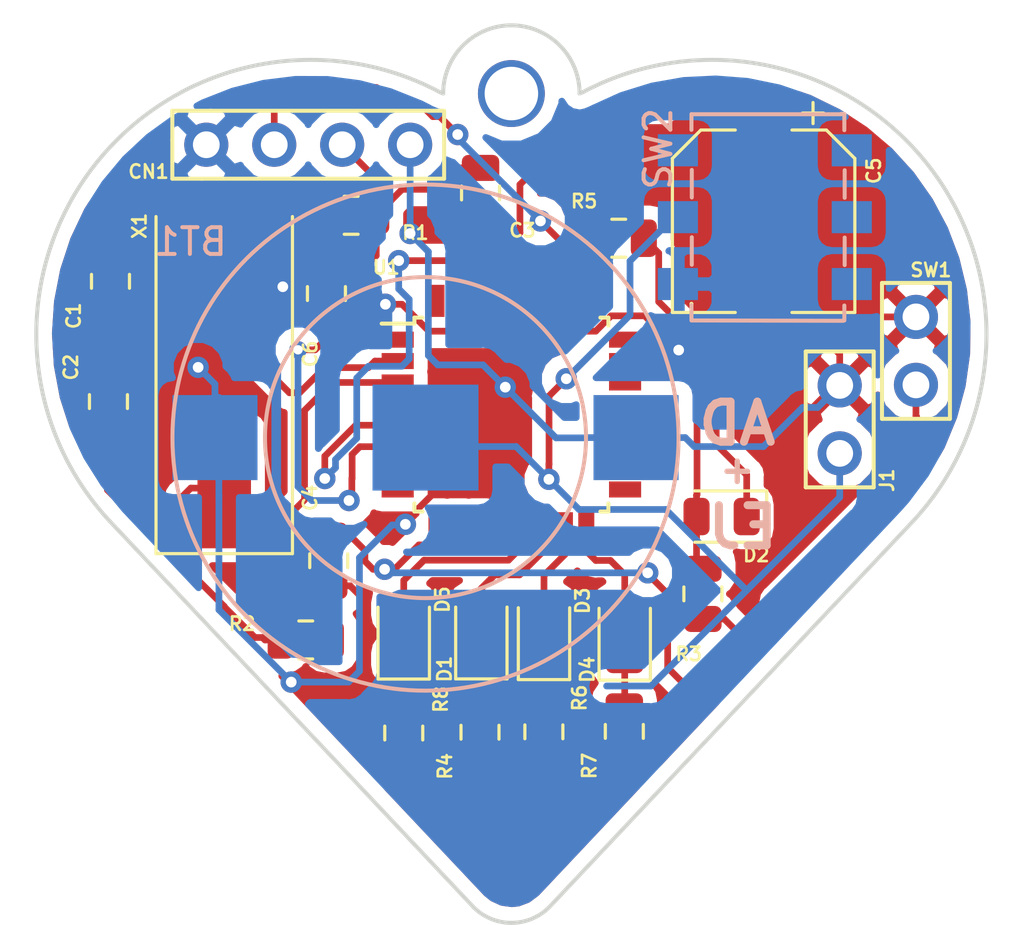
<source format=kicad_pcb>
(kicad_pcb (version 20171130) (host pcbnew "(5.0.2)-1")

  (general
    (thickness 1.6)
    (drawings 12)
    (tracks 327)
    (zones 0)
    (modules 27)
    (nets 45)
  )

  (page A4)
  (layers
    (0 F.Cu signal)
    (31 B.Cu signal)
    (32 B.Adhes user)
    (33 F.Adhes user)
    (34 B.Paste user hide)
    (35 F.Paste user hide)
    (36 B.SilkS user)
    (37 F.SilkS user)
    (38 B.Mask user hide)
    (39 F.Mask user hide)
    (40 Dwgs.User user)
    (41 Cmts.User user)
    (42 Eco1.User user)
    (43 Eco2.User user)
    (44 Edge.Cuts user)
    (45 Margin user)
    (46 B.CrtYd user)
    (47 F.CrtYd user)
    (48 B.Fab user)
    (49 F.Fab user hide)
  )

  (setup
    (last_trace_width 0.25)
    (trace_clearance 0.2)
    (zone_clearance 0.508)
    (zone_45_only no)
    (trace_min 0.2)
    (segment_width 0.2)
    (edge_width 0.15)
    (via_size 0.8)
    (via_drill 0.4)
    (via_min_size 0.25)
    (via_min_drill 0.3)
    (uvia_size 0.3)
    (uvia_drill 0.1)
    (uvias_allowed no)
    (uvia_min_size 0.1)
    (uvia_min_drill 0.1)
    (pcb_text_width 0.3)
    (pcb_text_size 1.5 1.5)
    (mod_edge_width 0.15)
    (mod_text_size 1 1)
    (mod_text_width 0.15)
    (pad_size 2.5 2.5)
    (pad_drill 2)
    (pad_to_mask_clearance 0.051)
    (solder_mask_min_width 0.25)
    (aux_axis_origin 0 0)
    (grid_origin -3.72872 -23.78964)
    (visible_elements 7FFFFFFF)
    (pcbplotparams
      (layerselection 0x010fc_ffffffff)
      (usegerberextensions false)
      (usegerberattributes false)
      (usegerberadvancedattributes false)
      (creategerberjobfile false)
      (excludeedgelayer true)
      (linewidth 0.100000)
      (plotframeref false)
      (viasonmask false)
      (mode 1)
      (useauxorigin false)
      (hpglpennumber 1)
      (hpglpenspeed 20)
      (hpglpendiameter 15.000000)
      (psnegative false)
      (psa4output false)
      (plotreference true)
      (plotvalue true)
      (plotinvisibletext false)
      (padsonsilk false)
      (subtractmaskfromsilk false)
      (outputformat 1)
      (mirror false)
      (drillshape 0)
      (scaleselection 1)
      (outputdirectory "gerbers/"))
  )

  (net 0 "")
  (net 1 VDD)
  (net 2 Earth)
  (net 3 /PS1)
  (net 4 /NRST)
  (net 5 /PB7)
  (net 6 "Net-(D4-Pad1)")
  (net 7 "Net-(D3-Pad1)")
  (net 8 /PD0)
  (net 9 "Net-(D2-Pad1)")
  (net 10 "Net-(C2-Pad2)")
  (net 11 /PA2)
  (net 12 "Net-(D1-Pad1)")
  (net 13 /PA1)
  (net 14 "Net-(C5-Pad1)")
  (net 15 "Net-(C6-Pad1)")
  (net 16 /PA3)
  (net 17 /PA4)
  (net 18 /PB6)
  (net 19 /PB5)
  (net 20 /PB4)
  (net 21 /PB3)
  (net 22 /PB2)
  (net 23 /PB1)
  (net 24 /PB0)
  (net 25 /PE5)
  (net 26 /PC1)
  (net 27 /PC2)
  (net 28 /PC3)
  (net 29 /PC4)
  (net 30 /PC5)
  (net 31 /PC6)
  (net 32 /PC7)
  (net 33 /PD2)
  (net 34 /PD3)
  (net 35 /PD4)
  (net 36 /PD5)
  (net 37 /PD6)
  (net 38 /PD7)
  (net 39 "Net-(D5-Pad1)")
  (net 40 /PWR_IN)
  (net 41 "Net-(SW2-Pad3)")
  (net 42 "Net-(SW2-Pad4)")
  (net 43 "Net-(SW2-Pad5)")
  (net 44 "Net-(SW2-Pad6)")

  (net_class Default "This is the default net class."
    (clearance 0.2)
    (trace_width 0.25)
    (via_dia 0.8)
    (via_drill 0.4)
    (uvia_dia 0.3)
    (uvia_drill 0.1)
    (add_net /NRST)
    (add_net /PA1)
    (add_net /PA2)
    (add_net /PA3)
    (add_net /PA4)
    (add_net /PB0)
    (add_net /PB1)
    (add_net /PB2)
    (add_net /PB3)
    (add_net /PB4)
    (add_net /PB5)
    (add_net /PB6)
    (add_net /PB7)
    (add_net /PC1)
    (add_net /PC2)
    (add_net /PC3)
    (add_net /PC4)
    (add_net /PC5)
    (add_net /PC6)
    (add_net /PC7)
    (add_net /PD0)
    (add_net /PD2)
    (add_net /PD3)
    (add_net /PD4)
    (add_net /PD5)
    (add_net /PD6)
    (add_net /PD7)
    (add_net /PE5)
    (add_net /PS1)
    (add_net /PWR_IN)
    (add_net Earth)
    (add_net "Net-(C2-Pad2)")
    (add_net "Net-(C5-Pad1)")
    (add_net "Net-(C6-Pad1)")
    (add_net "Net-(D1-Pad1)")
    (add_net "Net-(D2-Pad1)")
    (add_net "Net-(D3-Pad1)")
    (add_net "Net-(D4-Pad1)")
    (add_net "Net-(D5-Pad1)")
    (add_net "Net-(SW2-Pad3)")
    (add_net "Net-(SW2-Pad4)")
    (add_net "Net-(SW2-Pad5)")
    (add_net "Net-(SW2-Pad6)")
    (add_net VDD)
  )

  (module "my_footprints:SMD 12MM Coin Battery Retainer" (layer F.Cu) (tedit 5C4953F7) (tstamp 5C560065)
    (at -3.21056 -16.13916)
    (path /5C4514A9)
    (fp_text reference BT1 (at -8.78332 -7.32028) (layer B.SilkS)
      (effects (font (size 1 1) (thickness 0.15)) (justify mirror))
    )
    (fp_text value Battery_Cell (at -9.398 -10.42416) (layer F.Fab)
      (effects (font (size 1 1) (thickness 0.15)))
    )
    (fp_circle (center 0 0) (end 9.46 0) (layer B.SilkS) (width 0.15))
    (fp_circle (center 0 0) (end 6 0) (layer B.SilkS) (width 0.15))
    (pad 2 smd rect (at -7.87 0) (size 3.18 3.18) (layers B.Cu B.Paste B.Mask)
      (net 2 Earth))
    (pad 2 smd rect (at 7.87 0) (size 3.18 3.18) (layers B.Cu B.Paste B.Mask)
      (net 2 Earth))
    (pad 1 smd rect (at 0 0) (size 3.96 3.96) (layers B.Cu B.Paste B.Mask)
      (net 40 /PWR_IN))
  )

  (module "my_footprints:732-10145-1-ND DPDT Slide Switch" (layer F.Cu) (tedit 5C4952BD) (tstamp 5C55EDF6)
    (at 9.4742 -24.37892 90)
    (path /5C496CE6)
    (fp_text reference SW2 (at 2.55524 -3.9878 90) (layer B.SilkS)
      (effects (font (size 1 1) (thickness 0.15)))
    )
    (fp_text value DPDT_Switch (at -0.635 -5.08 90) (layer F.Fab)
      (effects (font (size 1 1) (thickness 0.15)))
    )
    (fp_line (start -3.8608 2.9718) (end -3.302 2.9718) (layer B.SilkS) (width 0.15))
    (fp_line (start -1.7907 2.9845) (end -0.762 2.9845) (layer B.SilkS) (width 0.15))
    (fp_line (start 0.7239 2.9845) (end 1.7526 2.9845) (layer B.SilkS) (width 0.15))
    (fp_line (start 3.8354 2.9718) (end 3.2512 2.9718) (layer B.SilkS) (width 0.15))
    (fp_line (start 3.8481 -2.7432) (end 3.2639 -2.7432) (layer B.SilkS) (width 0.15))
    (fp_line (start 0.7366 -2.7305) (end 1.7653 -2.7305) (layer B.SilkS) (width 0.15))
    (fp_line (start -1.778 -2.7305) (end -0.7493 -2.7305) (layer B.SilkS) (width 0.15))
    (fp_line (start -3.2893 -2.7432) (end -3.2385 -2.7432) (layer F.SilkS) (width 0.15))
    (fp_line (start -3.8481 -2.7432) (end -3.2893 -2.7432) (layer B.SilkS) (width 0.15))
    (fp_line (start 3.8608 2.8448) (end 3.8608 2.9718) (layer B.SilkS) (width 0.15))
    (fp_line (start 3.8481 -2.7432) (end 3.8481 2.8575) (layer B.SilkS) (width 0.15))
    (fp_line (start -3.8608 -2.7432) (end -3.8735 2.9337) (layer B.SilkS) (width 0.15))
    (pad 6 smd rect (at 2.5 3.25 90) (size 1.2 1.5) (layers B.Cu B.Paste B.Mask)
      (net 44 "Net-(SW2-Pad6)"))
    (pad 5 smd rect (at 0 3.25 90) (size 1.2 1.5) (layers B.Cu B.Paste B.Mask)
      (net 43 "Net-(SW2-Pad5)"))
    (pad 4 smd rect (at -2.5 3.25 90) (size 1.2 1.5) (layers B.Cu B.Paste B.Mask)
      (net 42 "Net-(SW2-Pad4)"))
    (pad 3 smd rect (at 2.5 -3.25 90) (size 1.2 1.5) (layers B.Cu B.Paste B.Mask)
      (net 41 "Net-(SW2-Pad3)"))
    (pad 2 smd rect (at 0 -3.25 90) (size 1.2 1.5) (layers B.Cu B.Paste B.Mask)
      (net 40 /PWR_IN))
    (pad 1 smd rect (at -2.5 -3.25 90) (size 1.2 1.5) (layers B.Cu B.Paste B.Mask)
      (net 1 VDD))
  )

  (module my_footprints:HEADER_2X1H (layer F.Cu) (tedit 5C482425) (tstamp 5C55EDE0)
    (at 12.27328 -15.54988 90)
    (path /5C4B5A42)
    (fp_text reference J1 (at -1.00584 1.76784 90) (layer F.SilkS)
      (effects (font (size 0.5 0.5) (thickness 0.1)))
    )
    (fp_text value HEADER_2X1H (at -1.27 -1.905 90) (layer F.Fab)
      (effects (font (size 1 1) (thickness 0.15)))
    )
    (fp_line (start 3.81 1.27) (end -1.27 1.27) (layer F.SilkS) (width 0.15))
    (fp_line (start 3.81 -1.27) (end 3.81 1.27) (layer F.SilkS) (width 0.15))
    (fp_line (start -1.27 -1.27) (end 3.81 -1.27) (layer F.SilkS) (width 0.15))
    (fp_line (start -1.27 1.27) (end -1.27 -1.27) (layer F.SilkS) (width 0.15))
    (pad 2 thru_hole circle (at 2.54 0 90) (size 1.65 1.65) (drill 1) (layers *.Cu *.Mask)
      (net 2 Earth))
    (pad 1 thru_hole circle (at 0 0 90) (size 1.65 1.65) (drill 1) (layers *.Cu *.Mask)
      (net 40 /PWR_IN))
  )

  (module LED_SMD:LED_0805_2012Metric (layer F.Cu) (tedit 5B36C52C) (tstamp 5CA74DF4)
    (at -4.02336 -8.79856 90)
    (descr "LED SMD 0805 (2012 Metric), square (rectangular) end terminal, IPC_7351 nominal, (Body size source: https://docs.google.com/spreadsheets/d/1BsfQQcO9C6DZCsRaXUlFlo91Tg2WpOkGARC1WS5S8t0/edit?usp=sharing), generated with kicad-footprint-generator")
    (tags diode)
    (path /5C58DF73)
    (attr smd)
    (fp_text reference D5 (at 1.28524 1.4478 90) (layer F.SilkS)
      (effects (font (size 0.5 0.5) (thickness 0.1)))
    )
    (fp_text value Green (at 0 1.65 90) (layer F.Fab)
      (effects (font (size 1 1) (thickness 0.15)))
    )
    (fp_text user %R (at 0 0 90) (layer F.Fab)
      (effects (font (size 0.5 0.5) (thickness 0.08)))
    )
    (fp_line (start 1.68 0.95) (end -1.68 0.95) (layer F.CrtYd) (width 0.05))
    (fp_line (start 1.68 -0.95) (end 1.68 0.95) (layer F.CrtYd) (width 0.05))
    (fp_line (start -1.68 -0.95) (end 1.68 -0.95) (layer F.CrtYd) (width 0.05))
    (fp_line (start -1.68 0.95) (end -1.68 -0.95) (layer F.CrtYd) (width 0.05))
    (fp_line (start -1.685 0.96) (end 1 0.96) (layer F.SilkS) (width 0.12))
    (fp_line (start -1.685 -0.96) (end -1.685 0.96) (layer F.SilkS) (width 0.12))
    (fp_line (start 1 -0.96) (end -1.685 -0.96) (layer F.SilkS) (width 0.12))
    (fp_line (start 1 0.6) (end 1 -0.6) (layer F.Fab) (width 0.1))
    (fp_line (start -1 0.6) (end 1 0.6) (layer F.Fab) (width 0.1))
    (fp_line (start -1 -0.3) (end -1 0.6) (layer F.Fab) (width 0.1))
    (fp_line (start -0.7 -0.6) (end -1 -0.3) (layer F.Fab) (width 0.1))
    (fp_line (start 1 -0.6) (end -0.7 -0.6) (layer F.Fab) (width 0.1))
    (pad 2 smd roundrect (at 0.9375 0 90) (size 0.975 1.4) (layers F.Cu F.Paste F.Mask) (roundrect_rratio 0.25)
      (net 21 /PB3))
    (pad 1 smd roundrect (at -0.9375 0 90) (size 0.975 1.4) (layers F.Cu F.Paste F.Mask) (roundrect_rratio 0.25)
      (net 39 "Net-(D5-Pad1)"))
    (model ${KISYS3DMOD}/LED_SMD.3dshapes/LED_0805_2012Metric.wrl
      (at (xyz 0 0 0))
      (scale (xyz 1 1 1))
      (rotate (xyz 0 0 0))
    )
  )

  (module Resistor_SMD:R_0805_2012Metric (layer F.Cu) (tedit 5B36C52B) (tstamp 5CA74D09)
    (at -4.02336 -5.09524 90)
    (descr "Resistor SMD 0805 (2012 Metric), square (rectangular) end terminal, IPC_7351 nominal, (Body size source: https://docs.google.com/spreadsheets/d/1BsfQQcO9C6DZCsRaXUlFlo91Tg2WpOkGARC1WS5S8t0/edit?usp=sharing), generated with kicad-footprint-generator")
    (tags resistor)
    (path /5C58DF7A)
    (attr smd)
    (fp_text reference R8 (at 1.25476 1.38176 90) (layer F.SilkS)
      (effects (font (size 0.5 0.5) (thickness 0.1)))
    )
    (fp_text value 510 (at 0 1.65 90) (layer F.Fab)
      (effects (font (size 1 1) (thickness 0.15)))
    )
    (fp_text user %R (at 0 0 90) (layer F.Fab)
      (effects (font (size 0.5 0.5) (thickness 0.08)))
    )
    (fp_line (start 1.68 0.95) (end -1.68 0.95) (layer F.CrtYd) (width 0.05))
    (fp_line (start 1.68 -0.95) (end 1.68 0.95) (layer F.CrtYd) (width 0.05))
    (fp_line (start -1.68 -0.95) (end 1.68 -0.95) (layer F.CrtYd) (width 0.05))
    (fp_line (start -1.68 0.95) (end -1.68 -0.95) (layer F.CrtYd) (width 0.05))
    (fp_line (start -0.258578 0.71) (end 0.258578 0.71) (layer F.SilkS) (width 0.12))
    (fp_line (start -0.258578 -0.71) (end 0.258578 -0.71) (layer F.SilkS) (width 0.12))
    (fp_line (start 1 0.6) (end -1 0.6) (layer F.Fab) (width 0.1))
    (fp_line (start 1 -0.6) (end 1 0.6) (layer F.Fab) (width 0.1))
    (fp_line (start -1 -0.6) (end 1 -0.6) (layer F.Fab) (width 0.1))
    (fp_line (start -1 0.6) (end -1 -0.6) (layer F.Fab) (width 0.1))
    (pad 2 smd roundrect (at 0.9375 0 90) (size 0.975 1.4) (layers F.Cu F.Paste F.Mask) (roundrect_rratio 0.25)
      (net 39 "Net-(D5-Pad1)"))
    (pad 1 smd roundrect (at -0.9375 0 90) (size 0.975 1.4) (layers F.Cu F.Paste F.Mask) (roundrect_rratio 0.25)
      (net 2 Earth))
    (model ${KISYS3DMOD}/Resistor_SMD.3dshapes/R_0805_2012Metric.wrl
      (at (xyz 0 0 0))
      (scale (xyz 1 1 1))
      (rotate (xyz 0 0 0))
    )
  )

  (module my_footprints:keychain_hole (layer F.Cu) (tedit 5C4556A3) (tstamp 5CA74BE0)
    (at 0 -29)
    (path /5C59D0CE)
    (fp_text reference MH1 (at 2.93624 0.89236) (layer F.SilkS) hide
      (effects (font (size 1 1) (thickness 0.15)))
    )
    (fp_text value MountingHole (at 0 -0.5) (layer F.Fab) hide
      (effects (font (size 1 1) (thickness 0.15)))
    )
    (pad "" np_thru_hole circle (at 0 0) (size 2.5 2.5) (drill 2) (layers *.Cu *.Mask))
  )

  (module Crystal:Crystal_SMD_HC49-SD (layer F.Cu) (tedit 5A1AD52C) (tstamp 5C9B14AB)
    (at -10.73404 -18.50136 90)
    (descr "SMD Crystal HC-49-SD http://cdn-reichelt.de/documents/datenblatt/B400/xxx-HC49-SMD.pdf, 11.4x4.7mm^2 package")
    (tags "SMD SMT crystal")
    (path /5C481433)
    (attr smd)
    (fp_text reference X1 (at 5.55244 -3.16992 90) (layer F.SilkS)
      (effects (font (size 0.5 0.5) (thickness 0.1)))
    )
    (fp_text value 16MHz (at 0 3.55 90) (layer F.Fab)
      (effects (font (size 1 1) (thickness 0.15)))
    )
    (fp_arc (start 3.015 0) (end 3.015 -2.115) (angle 180) (layer F.Fab) (width 0.1))
    (fp_arc (start -3.015 0) (end -3.015 -2.115) (angle -180) (layer F.Fab) (width 0.1))
    (fp_line (start 6.8 -2.6) (end -6.8 -2.6) (layer F.CrtYd) (width 0.05))
    (fp_line (start 6.8 2.6) (end 6.8 -2.6) (layer F.CrtYd) (width 0.05))
    (fp_line (start -6.8 2.6) (end 6.8 2.6) (layer F.CrtYd) (width 0.05))
    (fp_line (start -6.8 -2.6) (end -6.8 2.6) (layer F.CrtYd) (width 0.05))
    (fp_line (start -6.7 2.55) (end 5.9 2.55) (layer F.SilkS) (width 0.12))
    (fp_line (start -6.7 -2.55) (end -6.7 2.55) (layer F.SilkS) (width 0.12))
    (fp_line (start 5.9 -2.55) (end -6.7 -2.55) (layer F.SilkS) (width 0.12))
    (fp_line (start -3.015 2.115) (end 3.015 2.115) (layer F.Fab) (width 0.1))
    (fp_line (start -3.015 -2.115) (end 3.015 -2.115) (layer F.Fab) (width 0.1))
    (fp_line (start 5.7 -2.35) (end -5.7 -2.35) (layer F.Fab) (width 0.1))
    (fp_line (start 5.7 2.35) (end 5.7 -2.35) (layer F.Fab) (width 0.1))
    (fp_line (start -5.7 2.35) (end 5.7 2.35) (layer F.Fab) (width 0.1))
    (fp_line (start -5.7 -2.35) (end -5.7 2.35) (layer F.Fab) (width 0.1))
    (fp_text user %R (at 0 0 90) (layer F.Fab)
      (effects (font (size 1 1) (thickness 0.15)))
    )
    (pad 2 smd rect (at 4.25 0 90) (size 4.5 2) (layers F.Cu F.Paste F.Mask)
      (net 13 /PA1))
    (pad 1 smd rect (at -4.25 0 90) (size 4.5 2) (layers F.Cu F.Paste F.Mask)
      (net 10 "Net-(C2-Pad2)"))
    (model ${KISYS3DMOD}/Crystal.3dshapes/Crystal_SMD_HC49-SD.wrl
      (at (xyz 0 0 0))
      (scale (xyz 1 1 1))
      (rotate (xyz 0 0 0))
    )
  )

  (module my_footprints:HEADER_2X1H (layer F.Cu) (tedit 5C482425) (tstamp 5C8ECD76)
    (at 15.12316 -18.1102 90)
    (path /5C48534E)
    (fp_text reference SW1 (at 4.2926 0.5588 180) (layer F.SilkS)
      (effects (font (size 0.5 0.5) (thickness 0.1)))
    )
    (fp_text value SW_Push (at -1.27 -1.905 90) (layer F.Fab)
      (effects (font (size 1 1) (thickness 0.15)))
    )
    (fp_line (start 3.81 1.27) (end -1.27 1.27) (layer F.SilkS) (width 0.15))
    (fp_line (start 3.81 -1.27) (end 3.81 1.27) (layer F.SilkS) (width 0.15))
    (fp_line (start -1.27 -1.27) (end 3.81 -1.27) (layer F.SilkS) (width 0.15))
    (fp_line (start -1.27 1.27) (end -1.27 -1.27) (layer F.SilkS) (width 0.15))
    (pad 2 thru_hole circle (at 2.54 0 90) (size 1.65 1.65) (drill 1) (layers *.Cu *.Mask)
      (net 2 Earth))
    (pad 1 thru_hole circle (at 0 0 90) (size 1.65 1.65) (drill 1) (layers *.Cu *.Mask)
      (net 5 /PB7))
  )

  (module Package_QFP:LQFP-32_7x7mm_P0.8mm (layer F.Cu) (tedit 5A02F146) (tstamp 5C829CB1)
    (at 0 -17)
    (descr "LQFP32: plastic low profile quad flat package; 32 leads; body 7 x 7 x 1.4 mm (see NXP sot358-1_po.pdf and sot358-1_fr.pdf)")
    (tags "QFP 0.8")
    (path /5C48B0DA)
    (attr smd)
    (fp_text reference U1 (at -4.67868 -5.49932) (layer F.SilkS)
      (effects (font (size 0.5 0.5) (thickness 0.1)))
    )
    (fp_text value STM8S00SKST6C (at 0 5.85) (layer F.Fab)
      (effects (font (size 1 1) (thickness 0.15)))
    )
    (fp_line (start -3.625 -3.4) (end -4.85 -3.4) (layer F.SilkS) (width 0.15))
    (fp_line (start 3.625 -3.625) (end 3.325 -3.625) (layer F.SilkS) (width 0.15))
    (fp_line (start 3.625 3.625) (end 3.325 3.625) (layer F.SilkS) (width 0.15))
    (fp_line (start -3.625 3.625) (end -3.325 3.625) (layer F.SilkS) (width 0.15))
    (fp_line (start -3.625 -3.625) (end -3.325 -3.625) (layer F.SilkS) (width 0.15))
    (fp_line (start -3.625 3.625) (end -3.625 3.325) (layer F.SilkS) (width 0.15))
    (fp_line (start 3.625 3.625) (end 3.625 3.325) (layer F.SilkS) (width 0.15))
    (fp_line (start 3.625 -3.625) (end 3.625 -3.325) (layer F.SilkS) (width 0.15))
    (fp_line (start -3.625 -3.625) (end -3.625 -3.4) (layer F.SilkS) (width 0.15))
    (fp_line (start -5.1 5.1) (end 5.1 5.1) (layer F.CrtYd) (width 0.05))
    (fp_line (start -5.1 -5.1) (end 5.1 -5.1) (layer F.CrtYd) (width 0.05))
    (fp_line (start 5.1 -5.1) (end 5.1 5.1) (layer F.CrtYd) (width 0.05))
    (fp_line (start -5.1 -5.1) (end -5.1 5.1) (layer F.CrtYd) (width 0.05))
    (fp_line (start -3.5 -2.5) (end -2.5 -3.5) (layer F.Fab) (width 0.15))
    (fp_line (start -3.5 3.5) (end -3.5 -2.5) (layer F.Fab) (width 0.15))
    (fp_line (start 3.5 3.5) (end -3.5 3.5) (layer F.Fab) (width 0.15))
    (fp_line (start 3.5 -3.5) (end 3.5 3.5) (layer F.Fab) (width 0.15))
    (fp_line (start -2.5 -3.5) (end 3.5 -3.5) (layer F.Fab) (width 0.15))
    (fp_text user %R (at 0 0) (layer F.Fab)
      (effects (font (size 1 1) (thickness 0.15)))
    )
    (pad 32 smd rect (at -2.8 -4.25 90) (size 1.2 0.6) (layers F.Cu F.Paste F.Mask)
      (net 38 /PD7))
    (pad 31 smd rect (at -2 -4.25 90) (size 1.2 0.6) (layers F.Cu F.Paste F.Mask)
      (net 37 /PD6))
    (pad 30 smd rect (at -1.2 -4.25 90) (size 1.2 0.6) (layers F.Cu F.Paste F.Mask)
      (net 36 /PD5))
    (pad 29 smd rect (at -0.4 -4.25 90) (size 1.2 0.6) (layers F.Cu F.Paste F.Mask)
      (net 35 /PD4))
    (pad 28 smd rect (at 0.4 -4.25 90) (size 1.2 0.6) (layers F.Cu F.Paste F.Mask)
      (net 34 /PD3))
    (pad 27 smd rect (at 1.2 -4.25 90) (size 1.2 0.6) (layers F.Cu F.Paste F.Mask)
      (net 33 /PD2))
    (pad 26 smd rect (at 2 -4.25 90) (size 1.2 0.6) (layers F.Cu F.Paste F.Mask)
      (net 3 /PS1))
    (pad 25 smd rect (at 2.8 -4.25 90) (size 1.2 0.6) (layers F.Cu F.Paste F.Mask)
      (net 8 /PD0))
    (pad 24 smd rect (at 4.25 -2.8) (size 1.2 0.6) (layers F.Cu F.Paste F.Mask)
      (net 32 /PC7))
    (pad 23 smd rect (at 4.25 -2) (size 1.2 0.6) (layers F.Cu F.Paste F.Mask)
      (net 31 /PC6))
    (pad 22 smd rect (at 4.25 -1.2) (size 1.2 0.6) (layers F.Cu F.Paste F.Mask)
      (net 30 /PC5))
    (pad 21 smd rect (at 4.25 -0.4) (size 1.2 0.6) (layers F.Cu F.Paste F.Mask)
      (net 29 /PC4))
    (pad 20 smd rect (at 4.25 0.4) (size 1.2 0.6) (layers F.Cu F.Paste F.Mask)
      (net 28 /PC3))
    (pad 19 smd rect (at 4.25 1.2) (size 1.2 0.6) (layers F.Cu F.Paste F.Mask)
      (net 27 /PC2))
    (pad 18 smd rect (at 4.25 2) (size 1.2 0.6) (layers F.Cu F.Paste F.Mask)
      (net 26 /PC1))
    (pad 17 smd rect (at 4.25 2.8) (size 1.2 0.6) (layers F.Cu F.Paste F.Mask)
      (net 25 /PE5))
    (pad 16 smd rect (at 2.8 4.25 90) (size 1.2 0.6) (layers F.Cu F.Paste F.Mask)
      (net 24 /PB0))
    (pad 15 smd rect (at 2 4.25 90) (size 1.2 0.6) (layers F.Cu F.Paste F.Mask)
      (net 23 /PB1))
    (pad 14 smd rect (at 1.2 4.25 90) (size 1.2 0.6) (layers F.Cu F.Paste F.Mask)
      (net 22 /PB2))
    (pad 13 smd rect (at 0.4 4.25 90) (size 1.2 0.6) (layers F.Cu F.Paste F.Mask)
      (net 21 /PB3))
    (pad 12 smd rect (at -0.4 4.25 90) (size 1.2 0.6) (layers F.Cu F.Paste F.Mask)
      (net 20 /PB4))
    (pad 11 smd rect (at -1.2 4.25 90) (size 1.2 0.6) (layers F.Cu F.Paste F.Mask)
      (net 19 /PB5))
    (pad 10 smd rect (at -2 4.25 90) (size 1.2 0.6) (layers F.Cu F.Paste F.Mask)
      (net 18 /PB6))
    (pad 9 smd rect (at -2.8 4.25 90) (size 1.2 0.6) (layers F.Cu F.Paste F.Mask)
      (net 5 /PB7))
    (pad 8 smd rect (at -4.25 2.8) (size 1.2 0.6) (layers F.Cu F.Paste F.Mask)
      (net 17 /PA4))
    (pad 7 smd rect (at -4.25 2) (size 1.2 0.6) (layers F.Cu F.Paste F.Mask)
      (net 16 /PA3))
    (pad 6 smd rect (at -4.25 1.2) (size 1.2 0.6) (layers F.Cu F.Paste F.Mask)
      (net 15 "Net-(C6-Pad1)"))
    (pad 5 smd rect (at -4.25 0.4) (size 1.2 0.6) (layers F.Cu F.Paste F.Mask)
      (net 14 "Net-(C5-Pad1)"))
    (pad 4 smd rect (at -4.25 -0.4) (size 1.2 0.6) (layers F.Cu F.Paste F.Mask)
      (net 2 Earth))
    (pad 3 smd rect (at -4.25 -1.2) (size 1.2 0.6) (layers F.Cu F.Paste F.Mask)
      (net 11 /PA2))
    (pad 2 smd rect (at -4.25 -2) (size 1.2 0.6) (layers F.Cu F.Paste F.Mask)
      (net 13 /PA1))
    (pad 1 smd rect (at -4.25 -2.8) (size 1.2 0.6) (layers F.Cu F.Paste F.Mask)
      (net 4 /NRST))
    (model ${KISYS3DMOD}/Package_QFP.3dshapes/LQFP-32_7x7mm_P0.8mm.wrl
      (at (xyz 0 0 0))
      (scale (xyz 1 1 1))
      (rotate (xyz 0 0 0))
    )
  )

  (module Capacitor_SMD:CP_Elec_6.3x5.9 (layer F.Cu) (tedit 5BCA39D0) (tstamp 5C829012)
    (at 9.42848 -24.22652 270)
    (descr "SMD capacitor, aluminum electrolytic, Panasonic C6, 6.3x5.9mm")
    (tags "capacitor electrolytic")
    (path /5C48C012)
    (attr smd)
    (fp_text reference C5 (at -1.88468 -4.11988 270) (layer F.SilkS)
      (effects (font (size 0.5 0.5) (thickness 0.1)))
    )
    (fp_text value 680nF (at 0 4.35 270) (layer F.Fab)
      (effects (font (size 1 1) (thickness 0.15)))
    )
    (fp_text user %R (at 0 0 270) (layer F.Fab)
      (effects (font (size 1 1) (thickness 0.15)))
    )
    (fp_line (start -4.8 1.05) (end -3.55 1.05) (layer F.CrtYd) (width 0.05))
    (fp_line (start -4.8 -1.05) (end -4.8 1.05) (layer F.CrtYd) (width 0.05))
    (fp_line (start -3.55 -1.05) (end -4.8 -1.05) (layer F.CrtYd) (width 0.05))
    (fp_line (start -3.55 1.05) (end -3.55 2.4) (layer F.CrtYd) (width 0.05))
    (fp_line (start -3.55 -2.4) (end -3.55 -1.05) (layer F.CrtYd) (width 0.05))
    (fp_line (start -3.55 -2.4) (end -2.4 -3.55) (layer F.CrtYd) (width 0.05))
    (fp_line (start -3.55 2.4) (end -2.4 3.55) (layer F.CrtYd) (width 0.05))
    (fp_line (start -2.4 -3.55) (end 3.55 -3.55) (layer F.CrtYd) (width 0.05))
    (fp_line (start -2.4 3.55) (end 3.55 3.55) (layer F.CrtYd) (width 0.05))
    (fp_line (start 3.55 1.05) (end 3.55 3.55) (layer F.CrtYd) (width 0.05))
    (fp_line (start 4.8 1.05) (end 3.55 1.05) (layer F.CrtYd) (width 0.05))
    (fp_line (start 4.8 -1.05) (end 4.8 1.05) (layer F.CrtYd) (width 0.05))
    (fp_line (start 3.55 -1.05) (end 4.8 -1.05) (layer F.CrtYd) (width 0.05))
    (fp_line (start 3.55 -3.55) (end 3.55 -1.05) (layer F.CrtYd) (width 0.05))
    (fp_line (start -4.04375 -2.24125) (end -4.04375 -1.45375) (layer F.SilkS) (width 0.12))
    (fp_line (start -4.4375 -1.8475) (end -3.65 -1.8475) (layer F.SilkS) (width 0.12))
    (fp_line (start -3.41 2.345563) (end -2.345563 3.41) (layer F.SilkS) (width 0.12))
    (fp_line (start -3.41 -2.345563) (end -2.345563 -3.41) (layer F.SilkS) (width 0.12))
    (fp_line (start -3.41 -2.345563) (end -3.41 -1.06) (layer F.SilkS) (width 0.12))
    (fp_line (start -3.41 2.345563) (end -3.41 1.06) (layer F.SilkS) (width 0.12))
    (fp_line (start -2.345563 3.41) (end 3.41 3.41) (layer F.SilkS) (width 0.12))
    (fp_line (start -2.345563 -3.41) (end 3.41 -3.41) (layer F.SilkS) (width 0.12))
    (fp_line (start 3.41 -3.41) (end 3.41 -1.06) (layer F.SilkS) (width 0.12))
    (fp_line (start 3.41 3.41) (end 3.41 1.06) (layer F.SilkS) (width 0.12))
    (fp_line (start -2.389838 -1.645) (end -2.389838 -1.015) (layer F.Fab) (width 0.1))
    (fp_line (start -2.704838 -1.33) (end -2.074838 -1.33) (layer F.Fab) (width 0.1))
    (fp_line (start -3.3 2.3) (end -2.3 3.3) (layer F.Fab) (width 0.1))
    (fp_line (start -3.3 -2.3) (end -2.3 -3.3) (layer F.Fab) (width 0.1))
    (fp_line (start -3.3 -2.3) (end -3.3 2.3) (layer F.Fab) (width 0.1))
    (fp_line (start -2.3 3.3) (end 3.3 3.3) (layer F.Fab) (width 0.1))
    (fp_line (start -2.3 -3.3) (end 3.3 -3.3) (layer F.Fab) (width 0.1))
    (fp_line (start 3.3 -3.3) (end 3.3 3.3) (layer F.Fab) (width 0.1))
    (fp_circle (center 0 0) (end 3.15 0) (layer F.Fab) (width 0.1))
    (pad 2 smd roundrect (at 2.8 0 270) (size 3.5 1.6) (layers F.Cu F.Paste F.Mask) (roundrect_rratio 0.15625)
      (net 2 Earth))
    (pad 1 smd roundrect (at -2.8 0 270) (size 3.5 1.6) (layers F.Cu F.Paste F.Mask) (roundrect_rratio 0.15625)
      (net 14 "Net-(C5-Pad1)"))
    (model ${KISYS3DMOD}/Capacitor_SMD.3dshapes/CP_Elec_6.3x5.9.wrl
      (at (xyz 0 0 0))
      (scale (xyz 1 1 1))
      (rotate (xyz 0 0 0))
    )
  )

  (module Capacitor_SMD:C_0805_2012Metric (layer F.Cu) (tedit 5B36C52B) (tstamp 5C829DF2)
    (at -14.986 -21.98116 90)
    (descr "Capacitor SMD 0805 (2012 Metric), square (rectangular) end terminal, IPC_7351 nominal, (Body size source: https://docs.google.com/spreadsheets/d/1BsfQQcO9C6DZCsRaXUlFlo91Tg2WpOkGARC1WS5S8t0/edit?usp=sharing), generated with kicad-footprint-generator")
    (tags capacitor)
    (path /5C481558)
    (attr smd)
    (fp_text reference C1 (at -1.29032 -1.37668 90) (layer F.SilkS)
      (effects (font (size 0.5 0.5) (thickness 0.1)))
    )
    (fp_text value 20pF (at 0 1.65 90) (layer F.Fab)
      (effects (font (size 1 1) (thickness 0.15)))
    )
    (fp_text user %R (at 0 0 90) (layer F.Fab)
      (effects (font (size 0.5 0.5) (thickness 0.08)))
    )
    (fp_line (start 1.68 0.95) (end -1.68 0.95) (layer F.CrtYd) (width 0.05))
    (fp_line (start 1.68 -0.95) (end 1.68 0.95) (layer F.CrtYd) (width 0.05))
    (fp_line (start -1.68 -0.95) (end 1.68 -0.95) (layer F.CrtYd) (width 0.05))
    (fp_line (start -1.68 0.95) (end -1.68 -0.95) (layer F.CrtYd) (width 0.05))
    (fp_line (start -0.258578 0.71) (end 0.258578 0.71) (layer F.SilkS) (width 0.12))
    (fp_line (start -0.258578 -0.71) (end 0.258578 -0.71) (layer F.SilkS) (width 0.12))
    (fp_line (start 1 0.6) (end -1 0.6) (layer F.Fab) (width 0.1))
    (fp_line (start 1 -0.6) (end 1 0.6) (layer F.Fab) (width 0.1))
    (fp_line (start -1 -0.6) (end 1 -0.6) (layer F.Fab) (width 0.1))
    (fp_line (start -1 0.6) (end -1 -0.6) (layer F.Fab) (width 0.1))
    (pad 2 smd roundrect (at 0.9375 0 90) (size 0.975 1.4) (layers F.Cu F.Paste F.Mask) (roundrect_rratio 0.25)
      (net 13 /PA1))
    (pad 1 smd roundrect (at -0.9375 0 90) (size 0.975 1.4) (layers F.Cu F.Paste F.Mask) (roundrect_rratio 0.25)
      (net 2 Earth))
    (model ${KISYS3DMOD}/Capacitor_SMD.3dshapes/C_0805_2012Metric.wrl
      (at (xyz 0 0 0))
      (scale (xyz 1 1 1))
      (rotate (xyz 0 0 0))
    )
  )

  (module Capacitor_SMD:C_0805_2012Metric (layer F.Cu) (tedit 5B36C52B) (tstamp 5C828FDA)
    (at -15.0622 -17.48536 270)
    (descr "Capacitor SMD 0805 (2012 Metric), square (rectangular) end terminal, IPC_7351 nominal, (Body size source: https://docs.google.com/spreadsheets/d/1BsfQQcO9C6DZCsRaXUlFlo91Tg2WpOkGARC1WS5S8t0/edit?usp=sharing), generated with kicad-footprint-generator")
    (tags capacitor)
    (path /5C4816CF)
    (attr smd)
    (fp_text reference C2 (at -1.28524 1.40208 270) (layer F.SilkS)
      (effects (font (size 0.5 0.5) (thickness 0.1)))
    )
    (fp_text value 20pF (at 0 1.65 270) (layer F.Fab)
      (effects (font (size 1 1) (thickness 0.15)))
    )
    (fp_text user %R (at 0 0 270) (layer F.Fab)
      (effects (font (size 0.5 0.5) (thickness 0.08)))
    )
    (fp_line (start 1.68 0.95) (end -1.68 0.95) (layer F.CrtYd) (width 0.05))
    (fp_line (start 1.68 -0.95) (end 1.68 0.95) (layer F.CrtYd) (width 0.05))
    (fp_line (start -1.68 -0.95) (end 1.68 -0.95) (layer F.CrtYd) (width 0.05))
    (fp_line (start -1.68 0.95) (end -1.68 -0.95) (layer F.CrtYd) (width 0.05))
    (fp_line (start -0.258578 0.71) (end 0.258578 0.71) (layer F.SilkS) (width 0.12))
    (fp_line (start -0.258578 -0.71) (end 0.258578 -0.71) (layer F.SilkS) (width 0.12))
    (fp_line (start 1 0.6) (end -1 0.6) (layer F.Fab) (width 0.1))
    (fp_line (start 1 -0.6) (end 1 0.6) (layer F.Fab) (width 0.1))
    (fp_line (start -1 -0.6) (end 1 -0.6) (layer F.Fab) (width 0.1))
    (fp_line (start -1 0.6) (end -1 -0.6) (layer F.Fab) (width 0.1))
    (pad 2 smd roundrect (at 0.9375 0 270) (size 0.975 1.4) (layers F.Cu F.Paste F.Mask) (roundrect_rratio 0.25)
      (net 10 "Net-(C2-Pad2)"))
    (pad 1 smd roundrect (at -0.9375 0 270) (size 0.975 1.4) (layers F.Cu F.Paste F.Mask) (roundrect_rratio 0.25)
      (net 2 Earth))
    (model ${KISYS3DMOD}/Capacitor_SMD.3dshapes/C_0805_2012Metric.wrl
      (at (xyz 0 0 0))
      (scale (xyz 1 1 1))
      (rotate (xyz 0 0 0))
    )
  )

  (module Capacitor_SMD:C_0805_2012Metric (layer F.Cu) (tedit 5B36C52B) (tstamp 5C828FC9)
    (at -1.15316 -25.28316 270)
    (descr "Capacitor SMD 0805 (2012 Metric), square (rectangular) end terminal, IPC_7351 nominal, (Body size source: https://docs.google.com/spreadsheets/d/1BsfQQcO9C6DZCsRaXUlFlo91Tg2WpOkGARC1WS5S8t0/edit?usp=sharing), generated with kicad-footprint-generator")
    (tags capacitor)
    (path /5C482170)
    (attr smd)
    (fp_text reference C3 (at 1.397 -1.56464) (layer F.SilkS)
      (effects (font (size 0.5 0.5) (thickness 0.1)))
    )
    (fp_text value 10nF (at 0 1.65 270) (layer F.Fab)
      (effects (font (size 1 1) (thickness 0.15)))
    )
    (fp_text user %R (at 0 0 270) (layer F.Fab)
      (effects (font (size 0.5 0.5) (thickness 0.08)))
    )
    (fp_line (start 1.68 0.95) (end -1.68 0.95) (layer F.CrtYd) (width 0.05))
    (fp_line (start 1.68 -0.95) (end 1.68 0.95) (layer F.CrtYd) (width 0.05))
    (fp_line (start -1.68 -0.95) (end 1.68 -0.95) (layer F.CrtYd) (width 0.05))
    (fp_line (start -1.68 0.95) (end -1.68 -0.95) (layer F.CrtYd) (width 0.05))
    (fp_line (start -0.258578 0.71) (end 0.258578 0.71) (layer F.SilkS) (width 0.12))
    (fp_line (start -0.258578 -0.71) (end 0.258578 -0.71) (layer F.SilkS) (width 0.12))
    (fp_line (start 1 0.6) (end -1 0.6) (layer F.Fab) (width 0.1))
    (fp_line (start 1 -0.6) (end 1 0.6) (layer F.Fab) (width 0.1))
    (fp_line (start -1 -0.6) (end 1 -0.6) (layer F.Fab) (width 0.1))
    (fp_line (start -1 0.6) (end -1 -0.6) (layer F.Fab) (width 0.1))
    (pad 2 smd roundrect (at 0.9375 0 270) (size 0.975 1.4) (layers F.Cu F.Paste F.Mask) (roundrect_rratio 0.25)
      (net 2 Earth))
    (pad 1 smd roundrect (at -0.9375 0 270) (size 0.975 1.4) (layers F.Cu F.Paste F.Mask) (roundrect_rratio 0.25)
      (net 4 /NRST))
    (model ${KISYS3DMOD}/Capacitor_SMD.3dshapes/C_0805_2012Metric.wrl
      (at (xyz 0 0 0))
      (scale (xyz 1 1 1))
      (rotate (xyz 0 0 0))
    )
  )

  (module Capacitor_SMD:C_0805_2012Metric (layer F.Cu) (tedit 5B36C52B) (tstamp 5C828FB8)
    (at -6.82752 -11.53668 270)
    (descr "Capacitor SMD 0805 (2012 Metric), square (rectangular) end terminal, IPC_7351 nominal, (Body size source: https://docs.google.com/spreadsheets/d/1BsfQQcO9C6DZCsRaXUlFlo91Tg2WpOkGARC1WS5S8t0/edit?usp=sharing), generated with kicad-footprint-generator")
    (tags capacitor)
    (path /5C486CA1)
    (attr smd)
    (fp_text reference C4 (at -2.35204 0.69596 270) (layer F.SilkS)
      (effects (font (size 0.5 0.5) (thickness 0.1)))
    )
    (fp_text value 100nF (at 0 1.65 270) (layer F.Fab)
      (effects (font (size 1 1) (thickness 0.15)))
    )
    (fp_text user %R (at 0 0 270) (layer F.Fab)
      (effects (font (size 0.5 0.5) (thickness 0.08)))
    )
    (fp_line (start 1.68 0.95) (end -1.68 0.95) (layer F.CrtYd) (width 0.05))
    (fp_line (start 1.68 -0.95) (end 1.68 0.95) (layer F.CrtYd) (width 0.05))
    (fp_line (start -1.68 -0.95) (end 1.68 -0.95) (layer F.CrtYd) (width 0.05))
    (fp_line (start -1.68 0.95) (end -1.68 -0.95) (layer F.CrtYd) (width 0.05))
    (fp_line (start -0.258578 0.71) (end 0.258578 0.71) (layer F.SilkS) (width 0.12))
    (fp_line (start -0.258578 -0.71) (end 0.258578 -0.71) (layer F.SilkS) (width 0.12))
    (fp_line (start 1 0.6) (end -1 0.6) (layer F.Fab) (width 0.1))
    (fp_line (start 1 -0.6) (end 1 0.6) (layer F.Fab) (width 0.1))
    (fp_line (start -1 -0.6) (end 1 -0.6) (layer F.Fab) (width 0.1))
    (fp_line (start -1 0.6) (end -1 -0.6) (layer F.Fab) (width 0.1))
    (pad 2 smd roundrect (at 0.9375 0 270) (size 0.975 1.4) (layers F.Cu F.Paste F.Mask) (roundrect_rratio 0.25)
      (net 2 Earth))
    (pad 1 smd roundrect (at -0.9375 0 270) (size 0.975 1.4) (layers F.Cu F.Paste F.Mask) (roundrect_rratio 0.25)
      (net 5 /PB7))
    (model ${KISYS3DMOD}/Capacitor_SMD.3dshapes/C_0805_2012Metric.wrl
      (at (xyz 0 0 0))
      (scale (xyz 1 1 1))
      (rotate (xyz 0 0 0))
    )
  )

  (module Capacitor_SMD:C_0805_2012Metric (layer F.Cu) (tedit 5B36C52B) (tstamp 5C828FA7)
    (at -6.91388 -21.52396 90)
    (descr "Capacitor SMD 0805 (2012 Metric), square (rectangular) end terminal, IPC_7351 nominal, (Body size source: https://docs.google.com/spreadsheets/d/1BsfQQcO9C6DZCsRaXUlFlo91Tg2WpOkGARC1WS5S8t0/edit?usp=sharing), generated with kicad-footprint-generator")
    (tags capacitor)
    (path /5C581967)
    (attr smd)
    (fp_text reference C6 (at -2.2606 -0.60452 90) (layer F.SilkS)
      (effects (font (size 0.5 0.5) (thickness 0.1)))
    )
    (fp_text value 100nF (at 0 1.65 90) (layer F.Fab)
      (effects (font (size 1 1) (thickness 0.15)))
    )
    (fp_text user %R (at 0 0 90) (layer F.Fab)
      (effects (font (size 0.5 0.5) (thickness 0.08)))
    )
    (fp_line (start 1.68 0.95) (end -1.68 0.95) (layer F.CrtYd) (width 0.05))
    (fp_line (start 1.68 -0.95) (end 1.68 0.95) (layer F.CrtYd) (width 0.05))
    (fp_line (start -1.68 -0.95) (end 1.68 -0.95) (layer F.CrtYd) (width 0.05))
    (fp_line (start -1.68 0.95) (end -1.68 -0.95) (layer F.CrtYd) (width 0.05))
    (fp_line (start -0.258578 0.71) (end 0.258578 0.71) (layer F.SilkS) (width 0.12))
    (fp_line (start -0.258578 -0.71) (end 0.258578 -0.71) (layer F.SilkS) (width 0.12))
    (fp_line (start 1 0.6) (end -1 0.6) (layer F.Fab) (width 0.1))
    (fp_line (start 1 -0.6) (end 1 0.6) (layer F.Fab) (width 0.1))
    (fp_line (start -1 -0.6) (end 1 -0.6) (layer F.Fab) (width 0.1))
    (fp_line (start -1 0.6) (end -1 -0.6) (layer F.Fab) (width 0.1))
    (pad 2 smd roundrect (at 0.9375 0 90) (size 0.975 1.4) (layers F.Cu F.Paste F.Mask) (roundrect_rratio 0.25)
      (net 1 VDD))
    (pad 1 smd roundrect (at -0.9375 0 90) (size 0.975 1.4) (layers F.Cu F.Paste F.Mask) (roundrect_rratio 0.25)
      (net 15 "Net-(C6-Pad1)"))
    (model ${KISYS3DMOD}/Capacitor_SMD.3dshapes/C_0805_2012Metric.wrl
      (at (xyz 0 0 0))
      (scale (xyz 1 1 1))
      (rotate (xyz 0 0 0))
    )
  )

  (module LED_SMD:LED_0805_2012Metric (layer F.Cu) (tedit 5B36C52C) (tstamp 5C828F7F)
    (at 4.23672 -8.75792 90)
    (descr "LED SMD 0805 (2012 Metric), square (rectangular) end terminal, IPC_7351 nominal, (Body size source: https://docs.google.com/spreadsheets/d/1BsfQQcO9C6DZCsRaXUlFlo91Tg2WpOkGARC1WS5S8t0/edit?usp=sharing), generated with kicad-footprint-generator")
    (tags diode)
    (path /5C50C7EE)
    (attr smd)
    (fp_text reference D4 (at -1.29032 -1.397 270) (layer F.SilkS)
      (effects (font (size 0.5 0.5) (thickness 0.1)))
    )
    (fp_text value Red (at 0 1.65 90) (layer F.Fab)
      (effects (font (size 1 1) (thickness 0.15)))
    )
    (fp_text user %R (at 0 0 90) (layer F.Fab)
      (effects (font (size 0.5 0.5) (thickness 0.08)))
    )
    (fp_line (start 1.68 0.95) (end -1.68 0.95) (layer F.CrtYd) (width 0.05))
    (fp_line (start 1.68 -0.95) (end 1.68 0.95) (layer F.CrtYd) (width 0.05))
    (fp_line (start -1.68 -0.95) (end 1.68 -0.95) (layer F.CrtYd) (width 0.05))
    (fp_line (start -1.68 0.95) (end -1.68 -0.95) (layer F.CrtYd) (width 0.05))
    (fp_line (start -1.685 0.96) (end 1 0.96) (layer F.SilkS) (width 0.12))
    (fp_line (start -1.685 -0.96) (end -1.685 0.96) (layer F.SilkS) (width 0.12))
    (fp_line (start 1 -0.96) (end -1.685 -0.96) (layer F.SilkS) (width 0.12))
    (fp_line (start 1 0.6) (end 1 -0.6) (layer F.Fab) (width 0.1))
    (fp_line (start -1 0.6) (end 1 0.6) (layer F.Fab) (width 0.1))
    (fp_line (start -1 -0.3) (end -1 0.6) (layer F.Fab) (width 0.1))
    (fp_line (start -0.7 -0.6) (end -1 -0.3) (layer F.Fab) (width 0.1))
    (fp_line (start 1 -0.6) (end -0.7 -0.6) (layer F.Fab) (width 0.1))
    (pad 2 smd roundrect (at 0.9375 0 90) (size 0.975 1.4) (layers F.Cu F.Paste F.Mask) (roundrect_rratio 0.25)
      (net 24 /PB0))
    (pad 1 smd roundrect (at -0.9375 0 90) (size 0.975 1.4) (layers F.Cu F.Paste F.Mask) (roundrect_rratio 0.25)
      (net 6 "Net-(D4-Pad1)"))
    (model ${KISYS3DMOD}/LED_SMD.3dshapes/LED_0805_2012Metric.wrl
      (at (xyz 0 0 0))
      (scale (xyz 1 1 1))
      (rotate (xyz 0 0 0))
    )
  )

  (module LED_SMD:LED_0805_2012Metric (layer F.Cu) (tedit 5B36C52C) (tstamp 5C829F2D)
    (at 1.2192 -8.77824 90)
    (descr "LED SMD 0805 (2012 Metric), square (rectangular) end terminal, IPC_7351 nominal, (Body size source: https://docs.google.com/spreadsheets/d/1BsfQQcO9C6DZCsRaXUlFlo91Tg2WpOkGARC1WS5S8t0/edit?usp=sharing), generated with kicad-footprint-generator")
    (tags diode)
    (path /5C515DDA)
    (attr smd)
    (fp_text reference D3 (at 1.25984 1.44272 270) (layer F.SilkS)
      (effects (font (size 0.5 0.5) (thickness 0.1)))
    )
    (fp_text value Blue (at 0 1.65 90) (layer F.Fab)
      (effects (font (size 1 1) (thickness 0.15)))
    )
    (fp_text user %R (at 0 0 90) (layer F.Fab)
      (effects (font (size 0.5 0.5) (thickness 0.08)))
    )
    (fp_line (start 1.68 0.95) (end -1.68 0.95) (layer F.CrtYd) (width 0.05))
    (fp_line (start 1.68 -0.95) (end 1.68 0.95) (layer F.CrtYd) (width 0.05))
    (fp_line (start -1.68 -0.95) (end 1.68 -0.95) (layer F.CrtYd) (width 0.05))
    (fp_line (start -1.68 0.95) (end -1.68 -0.95) (layer F.CrtYd) (width 0.05))
    (fp_line (start -1.685 0.96) (end 1 0.96) (layer F.SilkS) (width 0.12))
    (fp_line (start -1.685 -0.96) (end -1.685 0.96) (layer F.SilkS) (width 0.12))
    (fp_line (start 1 -0.96) (end -1.685 -0.96) (layer F.SilkS) (width 0.12))
    (fp_line (start 1 0.6) (end 1 -0.6) (layer F.Fab) (width 0.1))
    (fp_line (start -1 0.6) (end 1 0.6) (layer F.Fab) (width 0.1))
    (fp_line (start -1 -0.3) (end -1 0.6) (layer F.Fab) (width 0.1))
    (fp_line (start -0.7 -0.6) (end -1 -0.3) (layer F.Fab) (width 0.1))
    (fp_line (start 1 -0.6) (end -0.7 -0.6) (layer F.Fab) (width 0.1))
    (pad 2 smd roundrect (at 0.9375 0 90) (size 0.975 1.4) (layers F.Cu F.Paste F.Mask) (roundrect_rratio 0.25)
      (net 23 /PB1))
    (pad 1 smd roundrect (at -0.9375 0 90) (size 0.975 1.4) (layers F.Cu F.Paste F.Mask) (roundrect_rratio 0.25)
      (net 7 "Net-(D3-Pad1)"))
    (model ${KISYS3DMOD}/LED_SMD.3dshapes/LED_0805_2012Metric.wrl
      (at (xyz 0 0 0))
      (scale (xyz 1 1 1))
      (rotate (xyz 0 0 0))
    )
  )

  (module LED_SMD:LED_0805_2012Metric (layer F.Cu) (tedit 5B36C52C) (tstamp 5C828F49)
    (at 7.85876 -13.18768 180)
    (descr "LED SMD 0805 (2012 Metric), square (rectangular) end terminal, IPC_7351 nominal, (Body size source: https://docs.google.com/spreadsheets/d/1BsfQQcO9C6DZCsRaXUlFlo91Tg2WpOkGARC1WS5S8t0/edit?usp=sharing), generated with kicad-footprint-generator")
    (tags diode)
    (path /5C4830DC)
    (attr smd)
    (fp_text reference D2 (at -1.2954 -1.43764) (layer F.SilkS)
      (effects (font (size 0.5 0.5) (thickness 0.1)))
    )
    (fp_text value Green (at 0 1.65 180) (layer F.Fab)
      (effects (font (size 1 1) (thickness 0.15)))
    )
    (fp_text user %R (at 0 0 180) (layer F.Fab)
      (effects (font (size 0.5 0.5) (thickness 0.08)))
    )
    (fp_line (start 1.68 0.95) (end -1.68 0.95) (layer F.CrtYd) (width 0.05))
    (fp_line (start 1.68 -0.95) (end 1.68 0.95) (layer F.CrtYd) (width 0.05))
    (fp_line (start -1.68 -0.95) (end 1.68 -0.95) (layer F.CrtYd) (width 0.05))
    (fp_line (start -1.68 0.95) (end -1.68 -0.95) (layer F.CrtYd) (width 0.05))
    (fp_line (start -1.685 0.96) (end 1 0.96) (layer F.SilkS) (width 0.12))
    (fp_line (start -1.685 -0.96) (end -1.685 0.96) (layer F.SilkS) (width 0.12))
    (fp_line (start 1 -0.96) (end -1.685 -0.96) (layer F.SilkS) (width 0.12))
    (fp_line (start 1 0.6) (end 1 -0.6) (layer F.Fab) (width 0.1))
    (fp_line (start -1 0.6) (end 1 0.6) (layer F.Fab) (width 0.1))
    (fp_line (start -1 -0.3) (end -1 0.6) (layer F.Fab) (width 0.1))
    (fp_line (start -0.7 -0.6) (end -1 -0.3) (layer F.Fab) (width 0.1))
    (fp_line (start 1 -0.6) (end -0.7 -0.6) (layer F.Fab) (width 0.1))
    (pad 2 smd roundrect (at 0.9375 0 180) (size 0.975 1.4) (layers F.Cu F.Paste F.Mask) (roundrect_rratio 0.25)
      (net 1 VDD))
    (pad 1 smd roundrect (at -0.9375 0 180) (size 0.975 1.4) (layers F.Cu F.Paste F.Mask) (roundrect_rratio 0.25)
      (net 9 "Net-(D2-Pad1)"))
    (model ${KISYS3DMOD}/LED_SMD.3dshapes/LED_0805_2012Metric.wrl
      (at (xyz 0 0 0))
      (scale (xyz 1 1 1))
      (rotate (xyz 0 0 0))
    )
  )

  (module LED_SMD:LED_0805_2012Metric (layer F.Cu) (tedit 5B36C52C) (tstamp 5C828F37)
    (at -1.12268 -8.80364 90)
    (descr "LED SMD 0805 (2012 Metric), square (rectangular) end terminal, IPC_7351 nominal, (Body size source: https://docs.google.com/spreadsheets/d/1BsfQQcO9C6DZCsRaXUlFlo91Tg2WpOkGARC1WS5S8t0/edit?usp=sharing), generated with kicad-footprint-generator")
    (tags diode)
    (path /5C518FC3)
    (attr smd)
    (fp_text reference D1 (at -1.31572 -1.37668 270) (layer F.SilkS)
      (effects (font (size 0.5 0.5) (thickness 0.1)))
    )
    (fp_text value Green (at 0 1.65 90) (layer F.Fab)
      (effects (font (size 1 1) (thickness 0.15)))
    )
    (fp_text user %R (at 0 0 90) (layer F.Fab)
      (effects (font (size 0.5 0.5) (thickness 0.08)))
    )
    (fp_line (start 1.68 0.95) (end -1.68 0.95) (layer F.CrtYd) (width 0.05))
    (fp_line (start 1.68 -0.95) (end 1.68 0.95) (layer F.CrtYd) (width 0.05))
    (fp_line (start -1.68 -0.95) (end 1.68 -0.95) (layer F.CrtYd) (width 0.05))
    (fp_line (start -1.68 0.95) (end -1.68 -0.95) (layer F.CrtYd) (width 0.05))
    (fp_line (start -1.685 0.96) (end 1 0.96) (layer F.SilkS) (width 0.12))
    (fp_line (start -1.685 -0.96) (end -1.685 0.96) (layer F.SilkS) (width 0.12))
    (fp_line (start 1 -0.96) (end -1.685 -0.96) (layer F.SilkS) (width 0.12))
    (fp_line (start 1 0.6) (end 1 -0.6) (layer F.Fab) (width 0.1))
    (fp_line (start -1 0.6) (end 1 0.6) (layer F.Fab) (width 0.1))
    (fp_line (start -1 -0.3) (end -1 0.6) (layer F.Fab) (width 0.1))
    (fp_line (start -0.7 -0.6) (end -1 -0.3) (layer F.Fab) (width 0.1))
    (fp_line (start 1 -0.6) (end -0.7 -0.6) (layer F.Fab) (width 0.1))
    (pad 2 smd roundrect (at 0.9375 0 90) (size 0.975 1.4) (layers F.Cu F.Paste F.Mask) (roundrect_rratio 0.25)
      (net 22 /PB2))
    (pad 1 smd roundrect (at -0.9375 0 90) (size 0.975 1.4) (layers F.Cu F.Paste F.Mask) (roundrect_rratio 0.25)
      (net 12 "Net-(D1-Pad1)"))
    (model ${KISYS3DMOD}/LED_SMD.3dshapes/LED_0805_2012Metric.wrl
      (at (xyz 0 0 0))
      (scale (xyz 1 1 1))
      (rotate (xyz 0 0 0))
    )
  )

  (module Resistor_SMD:R_0805_2012Metric (layer F.Cu) (tedit 5B36C52B) (tstamp 5C828F00)
    (at -1.17348 -5.12572 90)
    (descr "Resistor SMD 0805 (2012 Metric), square (rectangular) end terminal, IPC_7351 nominal, (Body size source: https://docs.google.com/spreadsheets/d/1BsfQQcO9C6DZCsRaXUlFlo91Tg2WpOkGARC1WS5S8t0/edit?usp=sharing), generated with kicad-footprint-generator")
    (tags resistor)
    (path /5C53603D)
    (attr smd)
    (fp_text reference R4 (at -1.27508 -1.30556 90) (layer F.SilkS)
      (effects (font (size 0.5 0.5) (thickness 0.1)))
    )
    (fp_text value 510 (at 0 1.65 90) (layer F.Fab)
      (effects (font (size 1 1) (thickness 0.15)))
    )
    (fp_text user %R (at 0 0 90) (layer F.Fab)
      (effects (font (size 0.5 0.5) (thickness 0.08)))
    )
    (fp_line (start 1.68 0.95) (end -1.68 0.95) (layer F.CrtYd) (width 0.05))
    (fp_line (start 1.68 -0.95) (end 1.68 0.95) (layer F.CrtYd) (width 0.05))
    (fp_line (start -1.68 -0.95) (end 1.68 -0.95) (layer F.CrtYd) (width 0.05))
    (fp_line (start -1.68 0.95) (end -1.68 -0.95) (layer F.CrtYd) (width 0.05))
    (fp_line (start -0.258578 0.71) (end 0.258578 0.71) (layer F.SilkS) (width 0.12))
    (fp_line (start -0.258578 -0.71) (end 0.258578 -0.71) (layer F.SilkS) (width 0.12))
    (fp_line (start 1 0.6) (end -1 0.6) (layer F.Fab) (width 0.1))
    (fp_line (start 1 -0.6) (end 1 0.6) (layer F.Fab) (width 0.1))
    (fp_line (start -1 -0.6) (end 1 -0.6) (layer F.Fab) (width 0.1))
    (fp_line (start -1 0.6) (end -1 -0.6) (layer F.Fab) (width 0.1))
    (pad 2 smd roundrect (at 0.9375 0 90) (size 0.975 1.4) (layers F.Cu F.Paste F.Mask) (roundrect_rratio 0.25)
      (net 12 "Net-(D1-Pad1)"))
    (pad 1 smd roundrect (at -0.9375 0 90) (size 0.975 1.4) (layers F.Cu F.Paste F.Mask) (roundrect_rratio 0.25)
      (net 2 Earth))
    (model ${KISYS3DMOD}/Resistor_SMD.3dshapes/R_0805_2012Metric.wrl
      (at (xyz 0 0 0))
      (scale (xyz 1 1 1))
      (rotate (xyz 0 0 0))
    )
  )

  (module Resistor_SMD:R_0805_2012Metric (layer F.Cu) (tedit 5B36C52B) (tstamp 5C828EEF)
    (at 7.15772 -10.29716 90)
    (descr "Resistor SMD 0805 (2012 Metric), square (rectangular) end terminal, IPC_7351 nominal, (Body size source: https://docs.google.com/spreadsheets/d/1BsfQQcO9C6DZCsRaXUlFlo91Tg2WpOkGARC1WS5S8t0/edit?usp=sharing), generated with kicad-footprint-generator")
    (tags resistor)
    (path /5C4863FF)
    (attr smd)
    (fp_text reference R3 (at -2.24814 -0.52832 180) (layer F.SilkS)
      (effects (font (size 0.5 0.5) (thickness 0.1)))
    )
    (fp_text value 4.7K (at 0 1.65 90) (layer F.Fab)
      (effects (font (size 1 1) (thickness 0.15)))
    )
    (fp_text user %R (at 0 0 90) (layer F.Fab)
      (effects (font (size 0.5 0.5) (thickness 0.08)))
    )
    (fp_line (start 1.68 0.95) (end -1.68 0.95) (layer F.CrtYd) (width 0.05))
    (fp_line (start 1.68 -0.95) (end 1.68 0.95) (layer F.CrtYd) (width 0.05))
    (fp_line (start -1.68 -0.95) (end 1.68 -0.95) (layer F.CrtYd) (width 0.05))
    (fp_line (start -1.68 0.95) (end -1.68 -0.95) (layer F.CrtYd) (width 0.05))
    (fp_line (start -0.258578 0.71) (end 0.258578 0.71) (layer F.SilkS) (width 0.12))
    (fp_line (start -0.258578 -0.71) (end 0.258578 -0.71) (layer F.SilkS) (width 0.12))
    (fp_line (start 1 0.6) (end -1 0.6) (layer F.Fab) (width 0.1))
    (fp_line (start 1 -0.6) (end 1 0.6) (layer F.Fab) (width 0.1))
    (fp_line (start -1 -0.6) (end 1 -0.6) (layer F.Fab) (width 0.1))
    (fp_line (start -1 0.6) (end -1 -0.6) (layer F.Fab) (width 0.1))
    (pad 2 smd roundrect (at 0.9375 0 90) (size 0.975 1.4) (layers F.Cu F.Paste F.Mask) (roundrect_rratio 0.25)
      (net 1 VDD))
    (pad 1 smd roundrect (at -0.9375 0 90) (size 0.975 1.4) (layers F.Cu F.Paste F.Mask) (roundrect_rratio 0.25)
      (net 5 /PB7))
    (model ${KISYS3DMOD}/Resistor_SMD.3dshapes/R_0805_2012Metric.wrl
      (at (xyz 0 0 0))
      (scale (xyz 1 1 1))
      (rotate (xyz 0 0 0))
    )
  )

  (module Resistor_SMD:R_0805_2012Metric (layer F.Cu) (tedit 5B36C52B) (tstamp 5C828EDE)
    (at -7.68604 -8.57504)
    (descr "Resistor SMD 0805 (2012 Metric), square (rectangular) end terminal, IPC_7351 nominal, (Body size source: https://docs.google.com/spreadsheets/d/1BsfQQcO9C6DZCsRaXUlFlo91Tg2WpOkGARC1WS5S8t0/edit?usp=sharing), generated with kicad-footprint-generator")
    (tags resistor)
    (path /5C48193E)
    (attr smd)
    (fp_text reference R2 (at -2.38252 -0.60452) (layer F.SilkS)
      (effects (font (size 0.5 0.5) (thickness 0.1)))
    )
    (fp_text value 60 (at 0 1.65) (layer F.Fab)
      (effects (font (size 1 1) (thickness 0.15)))
    )
    (fp_text user %R (at 0 0) (layer F.Fab)
      (effects (font (size 0.5 0.5) (thickness 0.08)))
    )
    (fp_line (start 1.68 0.95) (end -1.68 0.95) (layer F.CrtYd) (width 0.05))
    (fp_line (start 1.68 -0.95) (end 1.68 0.95) (layer F.CrtYd) (width 0.05))
    (fp_line (start -1.68 -0.95) (end 1.68 -0.95) (layer F.CrtYd) (width 0.05))
    (fp_line (start -1.68 0.95) (end -1.68 -0.95) (layer F.CrtYd) (width 0.05))
    (fp_line (start -0.258578 0.71) (end 0.258578 0.71) (layer F.SilkS) (width 0.12))
    (fp_line (start -0.258578 -0.71) (end 0.258578 -0.71) (layer F.SilkS) (width 0.12))
    (fp_line (start 1 0.6) (end -1 0.6) (layer F.Fab) (width 0.1))
    (fp_line (start 1 -0.6) (end 1 0.6) (layer F.Fab) (width 0.1))
    (fp_line (start -1 -0.6) (end 1 -0.6) (layer F.Fab) (width 0.1))
    (fp_line (start -1 0.6) (end -1 -0.6) (layer F.Fab) (width 0.1))
    (pad 2 smd roundrect (at 0.9375 0) (size 0.975 1.4) (layers F.Cu F.Paste F.Mask) (roundrect_rratio 0.25)
      (net 11 /PA2))
    (pad 1 smd roundrect (at -0.9375 0) (size 0.975 1.4) (layers F.Cu F.Paste F.Mask) (roundrect_rratio 0.25)
      (net 10 "Net-(C2-Pad2)"))
    (model ${KISYS3DMOD}/Resistor_SMD.3dshapes/R_0805_2012Metric.wrl
      (at (xyz 0 0 0))
      (scale (xyz 1 1 1))
      (rotate (xyz 0 0 0))
    )
  )

  (module Resistor_SMD:R_0805_2012Metric (layer F.Cu) (tedit 5B36C52B) (tstamp 5C828EBE)
    (at -5.98932 -24.45004 180)
    (descr "Resistor SMD 0805 (2012 Metric), square (rectangular) end terminal, IPC_7351 nominal, (Body size source: https://docs.google.com/spreadsheets/d/1BsfQQcO9C6DZCsRaXUlFlo91Tg2WpOkGARC1WS5S8t0/edit?usp=sharing), generated with kicad-footprint-generator")
    (tags resistor)
    (path /5C4BAD91)
    (attr smd)
    (fp_text reference R1 (at -2.40054 -0.65532 180) (layer F.SilkS)
      (effects (font (size 0.5 0.5) (thickness 0.1)))
    )
    (fp_text value 10K (at 0 1.65 180) (layer F.Fab)
      (effects (font (size 1 1) (thickness 0.15)))
    )
    (fp_text user %R (at 0 0 180) (layer F.Fab)
      (effects (font (size 0.5 0.5) (thickness 0.08)))
    )
    (fp_line (start 1.68 0.95) (end -1.68 0.95) (layer F.CrtYd) (width 0.05))
    (fp_line (start 1.68 -0.95) (end 1.68 0.95) (layer F.CrtYd) (width 0.05))
    (fp_line (start -1.68 -0.95) (end 1.68 -0.95) (layer F.CrtYd) (width 0.05))
    (fp_line (start -1.68 0.95) (end -1.68 -0.95) (layer F.CrtYd) (width 0.05))
    (fp_line (start -0.258578 0.71) (end 0.258578 0.71) (layer F.SilkS) (width 0.12))
    (fp_line (start -0.258578 -0.71) (end 0.258578 -0.71) (layer F.SilkS) (width 0.12))
    (fp_line (start 1 0.6) (end -1 0.6) (layer F.Fab) (width 0.1))
    (fp_line (start 1 -0.6) (end 1 0.6) (layer F.Fab) (width 0.1))
    (fp_line (start -1 -0.6) (end 1 -0.6) (layer F.Fab) (width 0.1))
    (fp_line (start -1 0.6) (end -1 -0.6) (layer F.Fab) (width 0.1))
    (pad 2 smd roundrect (at 0.9375 0 180) (size 0.975 1.4) (layers F.Cu F.Paste F.Mask) (roundrect_rratio 0.25)
      (net 1 VDD))
    (pad 1 smd roundrect (at -0.9375 0 180) (size 0.975 1.4) (layers F.Cu F.Paste F.Mask) (roundrect_rratio 0.25)
      (net 4 /NRST))
    (model ${KISYS3DMOD}/Resistor_SMD.3dshapes/R_0805_2012Metric.wrl
      (at (xyz 0 0 0))
      (scale (xyz 1 1 1))
      (rotate (xyz 0 0 0))
    )
  )

  (module Resistor_SMD:R_0805_2012Metric (layer F.Cu) (tedit 5B36C52B) (tstamp 5C828EBD)
    (at 4.0132 -23.59152)
    (descr "Resistor SMD 0805 (2012 Metric), square (rectangular) end terminal, IPC_7351 nominal, (Body size source: https://docs.google.com/spreadsheets/d/1BsfQQcO9C6DZCsRaXUlFlo91Tg2WpOkGARC1WS5S8t0/edit?usp=sharing), generated with kicad-footprint-generator")
    (tags resistor)
    (path /5C4836B4)
    (attr smd)
    (fp_text reference R5 (at -1.2954 -1.38176) (layer F.SilkS)
      (effects (font (size 0.5 0.5) (thickness 0.1)))
    )
    (fp_text value 510 (at 0 1.65) (layer F.Fab)
      (effects (font (size 1 1) (thickness 0.15)))
    )
    (fp_text user %R (at 0 0) (layer F.Fab)
      (effects (font (size 0.5 0.5) (thickness 0.08)))
    )
    (fp_line (start 1.68 0.95) (end -1.68 0.95) (layer F.CrtYd) (width 0.05))
    (fp_line (start 1.68 -0.95) (end 1.68 0.95) (layer F.CrtYd) (width 0.05))
    (fp_line (start -1.68 -0.95) (end 1.68 -0.95) (layer F.CrtYd) (width 0.05))
    (fp_line (start -1.68 0.95) (end -1.68 -0.95) (layer F.CrtYd) (width 0.05))
    (fp_line (start -0.258578 0.71) (end 0.258578 0.71) (layer F.SilkS) (width 0.12))
    (fp_line (start -0.258578 -0.71) (end 0.258578 -0.71) (layer F.SilkS) (width 0.12))
    (fp_line (start 1 0.6) (end -1 0.6) (layer F.Fab) (width 0.1))
    (fp_line (start 1 -0.6) (end 1 0.6) (layer F.Fab) (width 0.1))
    (fp_line (start -1 -0.6) (end 1 -0.6) (layer F.Fab) (width 0.1))
    (fp_line (start -1 0.6) (end -1 -0.6) (layer F.Fab) (width 0.1))
    (pad 2 smd roundrect (at 0.9375 0) (size 0.975 1.4) (layers F.Cu F.Paste F.Mask) (roundrect_rratio 0.25)
      (net 9 "Net-(D2-Pad1)"))
    (pad 1 smd roundrect (at -0.9375 0) (size 0.975 1.4) (layers F.Cu F.Paste F.Mask) (roundrect_rratio 0.25)
      (net 8 /PD0))
    (model ${KISYS3DMOD}/Resistor_SMD.3dshapes/R_0805_2012Metric.wrl
      (at (xyz 0 0 0))
      (scale (xyz 1 1 1))
      (rotate (xyz 0 0 0))
    )
  )

  (module Resistor_SMD:R_0805_2012Metric (layer F.Cu) (tedit 5B36C52B) (tstamp 5C828EAC)
    (at 1.21412 -5.14096 90)
    (descr "Resistor SMD 0805 (2012 Metric), square (rectangular) end terminal, IPC_7351 nominal, (Body size source: https://docs.google.com/spreadsheets/d/1BsfQQcO9C6DZCsRaXUlFlo91Tg2WpOkGARC1WS5S8t0/edit?usp=sharing), generated with kicad-footprint-generator")
    (tags resistor)
    (path /5C539514)
    (attr smd)
    (fp_text reference R6 (at 1.26492 1.33096 90) (layer F.SilkS)
      (effects (font (size 0.5 0.5) (thickness 0.1)))
    )
    (fp_text value 510 (at 0 1.65 90) (layer F.Fab)
      (effects (font (size 1 1) (thickness 0.15)))
    )
    (fp_text user %R (at 0 0 90) (layer F.Fab)
      (effects (font (size 0.5 0.5) (thickness 0.08)))
    )
    (fp_line (start 1.68 0.95) (end -1.68 0.95) (layer F.CrtYd) (width 0.05))
    (fp_line (start 1.68 -0.95) (end 1.68 0.95) (layer F.CrtYd) (width 0.05))
    (fp_line (start -1.68 -0.95) (end 1.68 -0.95) (layer F.CrtYd) (width 0.05))
    (fp_line (start -1.68 0.95) (end -1.68 -0.95) (layer F.CrtYd) (width 0.05))
    (fp_line (start -0.258578 0.71) (end 0.258578 0.71) (layer F.SilkS) (width 0.12))
    (fp_line (start -0.258578 -0.71) (end 0.258578 -0.71) (layer F.SilkS) (width 0.12))
    (fp_line (start 1 0.6) (end -1 0.6) (layer F.Fab) (width 0.1))
    (fp_line (start 1 -0.6) (end 1 0.6) (layer F.Fab) (width 0.1))
    (fp_line (start -1 -0.6) (end 1 -0.6) (layer F.Fab) (width 0.1))
    (fp_line (start -1 0.6) (end -1 -0.6) (layer F.Fab) (width 0.1))
    (pad 2 smd roundrect (at 0.9375 0 90) (size 0.975 1.4) (layers F.Cu F.Paste F.Mask) (roundrect_rratio 0.25)
      (net 7 "Net-(D3-Pad1)"))
    (pad 1 smd roundrect (at -0.9375 0 90) (size 0.975 1.4) (layers F.Cu F.Paste F.Mask) (roundrect_rratio 0.25)
      (net 2 Earth))
    (model ${KISYS3DMOD}/Resistor_SMD.3dshapes/R_0805_2012Metric.wrl
      (at (xyz 0 0 0))
      (scale (xyz 1 1 1))
      (rotate (xyz 0 0 0))
    )
  )

  (module Resistor_SMD:R_0805_2012Metric (layer F.Cu) (tedit 5B36C52B) (tstamp 5C828E9B)
    (at 4.22148 -5.1562 90)
    (descr "Resistor SMD 0805 (2012 Metric), square (rectangular) end terminal, IPC_7351 nominal, (Body size source: https://docs.google.com/spreadsheets/d/1BsfQQcO9C6DZCsRaXUlFlo91Tg2WpOkGARC1WS5S8t0/edit?usp=sharing), generated with kicad-footprint-generator")
    (tags resistor)
    (path /5C53C9EA)
    (attr smd)
    (fp_text reference R7 (at -1.29032 -1.30556 90) (layer F.SilkS)
      (effects (font (size 0.5 0.5) (thickness 0.1)))
    )
    (fp_text value 510 (at 0 1.65 90) (layer F.Fab)
      (effects (font (size 1 1) (thickness 0.15)))
    )
    (fp_text user %R (at 0 0 90) (layer F.Fab)
      (effects (font (size 0.5 0.5) (thickness 0.08)))
    )
    (fp_line (start 1.68 0.95) (end -1.68 0.95) (layer F.CrtYd) (width 0.05))
    (fp_line (start 1.68 -0.95) (end 1.68 0.95) (layer F.CrtYd) (width 0.05))
    (fp_line (start -1.68 -0.95) (end 1.68 -0.95) (layer F.CrtYd) (width 0.05))
    (fp_line (start -1.68 0.95) (end -1.68 -0.95) (layer F.CrtYd) (width 0.05))
    (fp_line (start -0.258578 0.71) (end 0.258578 0.71) (layer F.SilkS) (width 0.12))
    (fp_line (start -0.258578 -0.71) (end 0.258578 -0.71) (layer F.SilkS) (width 0.12))
    (fp_line (start 1 0.6) (end -1 0.6) (layer F.Fab) (width 0.1))
    (fp_line (start 1 -0.6) (end 1 0.6) (layer F.Fab) (width 0.1))
    (fp_line (start -1 -0.6) (end 1 -0.6) (layer F.Fab) (width 0.1))
    (fp_line (start -1 0.6) (end -1 -0.6) (layer F.Fab) (width 0.1))
    (pad 2 smd roundrect (at 0.9375 0 90) (size 0.975 1.4) (layers F.Cu F.Paste F.Mask) (roundrect_rratio 0.25)
      (net 6 "Net-(D4-Pad1)"))
    (pad 1 smd roundrect (at -0.9375 0 90) (size 0.975 1.4) (layers F.Cu F.Paste F.Mask) (roundrect_rratio 0.25)
      (net 2 Earth))
    (model ${KISYS3DMOD}/Resistor_SMD.3dshapes/R_0805_2012Metric.wrl
      (at (xyz 0 0 0))
      (scale (xyz 1 1 1))
      (rotate (xyz 0 0 0))
    )
  )

  (module my_footprints:HEADER_4X1H (layer F.Cu) (tedit 5C482146) (tstamp 5C828E7F)
    (at -11.4046 -27.08656)
    (path /5C4D7D09)
    (fp_text reference CN1 (at -2.159 1.00584) (layer F.SilkS)
      (effects (font (size 0.5 0.5) (thickness 0.1)))
    )
    (fp_text value HEADER_4X1H (at -2.54 -5.08) (layer F.Fab)
      (effects (font (size 1 1) (thickness 0.15)))
    )
    (fp_line (start -1.27 -1.27) (end -1.27 1.27) (layer F.SilkS) (width 0.15))
    (fp_line (start 8.89 -1.27) (end -1.27 -1.27) (layer F.SilkS) (width 0.15))
    (fp_line (start 8.89 1.27) (end 8.89 -1.27) (layer F.SilkS) (width 0.15))
    (fp_line (start -1.27 1.27) (end 8.89 1.27) (layer F.SilkS) (width 0.15))
    (pad 4 thru_hole circle (at 7.62 0) (size 1.65 1.65) (drill 1) (layers *.Cu *.Mask)
      (net 2 Earth))
    (pad 3 thru_hole circle (at 5.08 0) (size 1.65 1.65) (drill 1) (layers *.Cu *.Mask)
      (net 4 /NRST))
    (pad 2 thru_hole circle (at 2.54 0) (size 1.65 1.65) (drill 1) (layers *.Cu *.Mask)
      (net 3 /PS1))
    (pad 1 thru_hole circle (at 0 0) (size 1.65 1.65) (drill 1) (layers *.Cu *.Mask)
      (net 1 VDD))
  )

  (gr_text EJ (at 8.65124 -12.79144) (layer B.SilkS)
    (effects (font (size 1.5 1.5) (thickness 0.3)) (justify mirror))
  )
  (gr_text + (at 8.44296 -14.95044) (layer B.SilkS)
    (effects (font (size 1 1) (thickness 0.2)) (justify mirror))
  )
  (gr_text "AD\n" (at 8.44296 -16.6624) (layer B.SilkS)
    (effects (font (size 1.5 1.5) (thickness 0.3)) (justify mirror))
  )
  (gr_line (start 2.55 -29) (end 2.68732 -29.0576) (layer Edge.Cuts) (width 0.15))
  (gr_line (start -2.68732 -29.0576) (end -2.55 -29) (layer Edge.Cuts) (width 0.15))
  (gr_arc (start 0 -29) (end -2.55 -29) (angle 180) (layer Edge.Cuts) (width 0.15))
  (gr_arc (start 7.5 -20) (end 15 -13) (angle -161) (layer Edge.Cuts) (width 0.15))
  (gr_arc (start -7.5 -20) (end -15 -13) (angle 161) (layer Edge.Cuts) (width 0.15))
  (gr_line (start -15 -13) (end -1.4142 1.4142) (layer Edge.Cuts) (width 0.15))
  (gr_line (start 15 -13) (end 1.4142 1.4142) (layer Edge.Cuts) (width 0.15))
  (gr_arc (start 0 0) (end 0 2) (angle 45) (layer Edge.Cuts) (width 0.15))
  (gr_arc (start 0 0) (end 0 2) (angle -45) (layer Edge.Cuts) (width 0.15))

  (segment (start -10.579601 -26.261561) (end -10.427201 -26.261561) (width 0.25) (layer F.Cu) (net 1))
  (segment (start -11.4046 -27.08656) (end -10.579601 -26.261561) (width 0.25) (layer F.Cu) (net 1))
  (segment (start -10.427201 -26.261561) (end -9.8044 -25.63876) (width 0.25) (layer F.Cu) (net 1))
  (segment (start -8.11554 -25.63876) (end -6.92682 -24.45004) (width 0.25) (layer F.Cu) (net 1))
  (segment (start -9.8044 -25.63876) (end -8.11554 -25.63876) (width 0.25) (layer F.Cu) (net 1))
  (segment (start -6.92682 -22.4744) (end -6.91388 -22.46146) (width 0.25) (layer F.Cu) (net 1))
  (segment (start -6.92682 -24.45004) (end -6.92682 -22.4744) (width 0.25) (layer F.Cu) (net 1))
  (segment (start -6.91388 -22.46146) (end -7.54102 -22.46146) (width 0.25) (layer F.Cu) (net 1))
  (segment (start 6.92126 -11.47112) (end 7.15772 -11.23466) (width 0.25) (layer F.Cu) (net 1))
  (segment (start 6.92126 -13.18768) (end 6.92126 -11.47112) (width 0.25) (layer F.Cu) (net 1))
  (segment (start 6.92126 -13.98768) (end 6.93928 -14.0057) (width 0.25) (layer F.Cu) (net 1))
  (segment (start 6.92126 -13.18768) (end 6.92126 -13.98768) (width 0.25) (layer F.Cu) (net 1))
  (segment (start 6.93928 -14.0057) (end 6.93928 -18.72488) (width 0.25) (layer F.Cu) (net 1))
  (segment (start 6.15696 -19.5072) (end 6.15696 -19.51736) (width 0.25) (layer F.Cu) (net 1))
  (segment (start 6.15696 -19.51736) (end 4.98348 -20.69084) (width 0.25) (layer F.Cu) (net 1))
  (segment (start 3.725842 -20.69084) (end 3.151802 -20.1168) (width 0.25) (layer F.Cu) (net 1))
  (segment (start 4.98348 -20.69084) (end 3.725842 -20.69084) (width 0.25) (layer F.Cu) (net 1))
  (via (at -4.70916 -21.12264) (size 0.8) (drill 0.4) (layers F.Cu B.Cu) (net 1))
  (segment (start -4.087638 -21.12264) (end -4.70916 -21.12264) (width 0.25) (layer F.Cu) (net 1))
  (segment (start 3.151802 -20.1168) (end -3.081798 -20.1168) (width 0.25) (layer F.Cu) (net 1))
  (segment (start -3.081798 -20.1168) (end -4.087638 -21.12264) (width 0.25) (layer F.Cu) (net 1))
  (segment (start -5.274845 -21.12264) (end -5.706645 -21.55444) (width 0.25) (layer B.Cu) (net 1))
  (segment (start -4.70916 -21.12264) (end -5.274845 -21.12264) (width 0.25) (layer B.Cu) (net 1))
  (via (at -8.54456 -21.77796) (size 0.8) (drill 0.4) (layers F.Cu B.Cu) (net 1))
  (segment (start -5.706645 -21.55444) (end -8.32104 -21.55444) (width 0.25) (layer B.Cu) (net 1))
  (segment (start -8.32104 -21.55444) (end -8.54456 -21.77796) (width 0.25) (layer B.Cu) (net 1))
  (segment (start -7.86106 -22.46146) (end -8.54456 -21.77796) (width 0.25) (layer F.Cu) (net 1))
  (segment (start -6.91388 -22.46146) (end -7.86106 -22.46146) (width 0.25) (layer F.Cu) (net 1))
  (via (at 6.25348 -19.41068) (size 0.8) (drill 0.4) (layers F.Cu B.Cu) (net 1))
  (segment (start 6.2242 -19.43996) (end 6.25348 -19.41068) (width 0.25) (layer B.Cu) (net 1))
  (segment (start 6.2242 -21.87892) (end 6.2242 -19.43996) (width 0.25) (layer B.Cu) (net 1))
  (segment (start 6.93928 -18.72488) (end 6.25348 -19.41068) (width 0.25) (layer F.Cu) (net 1))
  (segment (start 6.25348 -19.41068) (end 6.15696 -19.5072) (width 0.25) (layer F.Cu) (net 1))
  (segment (start -15.0622 -18.42286) (end -15.8622 -18.42286) (width 0.25) (layer F.Cu) (net 2))
  (segment (start -14.986 -21.04366) (end -15.786 -21.04366) (width 0.25) (layer F.Cu) (net 2))
  (segment (start -15.786 -21.04366) (end -15.78878 -21.04644) (width 0.25) (layer F.Cu) (net 2))
  (segment (start -15.78878 -21.04644) (end -16.49476 -21.04644) (width 0.25) (layer F.Cu) (net 2))
  (segment (start -16.49476 -21.04644) (end -16.81988 -20.72132) (width 0.25) (layer F.Cu) (net 2))
  (segment (start -16.81988 -20.72132) (end -16.81988 -19.0246) (width 0.25) (layer F.Cu) (net 2))
  (segment (start -15.8622 -18.42286) (end -15.87006 -18.415) (width 0.25) (layer F.Cu) (net 2))
  (segment (start -16.21028 -18.415) (end -16.81988 -19.0246) (width 0.25) (layer F.Cu) (net 2))
  (segment (start -15.87006 -18.415) (end -16.21028 -18.415) (width 0.25) (layer F.Cu) (net 2))
  (segment (start -5.0823 -4.15774) (end -4.02336 -4.15774) (width 0.25) (layer F.Cu) (net 2))
  (segment (start 4.22148 -3.21056) (end 4.22148 -4.2187) (width 0.25) (layer F.Cu) (net 2))
  (segment (start 0.77216 0.23876) (end 4.22148 -3.21056) (width 0.25) (layer F.Cu) (net 2))
  (segment (start -0.21436 0.23876) (end 0.77216 0.23876) (width 0.25) (layer F.Cu) (net 2))
  (segment (start -4.02336 -4.15774) (end -4.02336 -3.57024) (width 0.25) (layer F.Cu) (net 2))
  (segment (start -4.02336 -3.57024) (end -0.21436 0.23876) (width 0.25) (layer F.Cu) (net 2))
  (segment (start -1.17348 -3.60072) (end -1.13792 -3.56516) (width 0.25) (layer F.Cu) (net 2))
  (segment (start -1.17348 -4.18822) (end -1.17348 -3.60072) (width 0.25) (layer F.Cu) (net 2))
  (segment (start -1.13792 -3.56516) (end -1.13792 -1.89484) (width 0.25) (layer F.Cu) (net 2))
  (segment (start -1.13792 -1.89484) (end -0.00508 -0.762) (width 0.25) (layer F.Cu) (net 2))
  (segment (start -0.00508 -0.762) (end 0.47244 -0.762) (width 0.25) (layer F.Cu) (net 2))
  (segment (start 1.21412 -1.50368) (end 1.21412 -4.20346) (width 0.25) (layer F.Cu) (net 2))
  (segment (start 0.47244 -0.762) (end 1.21412 -1.50368) (width 0.25) (layer F.Cu) (net 2))
  (via (at -11.7094 -18.76552) (size 0.8) (drill 0.4) (layers F.Cu B.Cu) (net 2))
  (via (at -8.2296 -7.00024) (size 0.8) (drill 0.4) (layers F.Cu B.Cu) (net 2))
  (segment (start -7.829601 -6.600241) (end -7.829601 -6.590081) (width 0.25) (layer F.Cu) (net 2))
  (segment (start -8.2296 -7.00024) (end -7.829601 -6.600241) (width 0.25) (layer F.Cu) (net 2))
  (segment (start -5.39726 -4.15774) (end -5.0823 -4.15774) (width 0.25) (layer F.Cu) (net 2))
  (segment (start -7.829601 -6.590081) (end -5.39726 -4.15774) (width 0.25) (layer F.Cu) (net 2))
  (segment (start -5.57276 -4.33324) (end -5.39726 -4.15774) (width 0.25) (layer F.Cu) (net 2))
  (segment (start -5.57276 -10.14442) (end -5.57276 -4.33324) (width 0.25) (layer F.Cu) (net 2))
  (segment (start -6.82752 -10.59918) (end -6.02752 -10.59918) (width 0.25) (layer F.Cu) (net 2))
  (segment (start -6.02752 -10.59918) (end -5.57276 -10.14442) (width 0.25) (layer F.Cu) (net 2))
  (segment (start -6.08584 -7.00024) (end -8.2296 -7.00024) (width 0.25) (layer B.Cu) (net 2))
  (segment (start -5.67944 -7.40664) (end -6.08584 -7.00024) (width 0.25) (layer B.Cu) (net 2))
  (segment (start -5.67944 -11.651715) (end -5.67944 -7.40664) (width 0.25) (layer B.Cu) (net 2))
  (segment (start 10.29919 -20.55581) (end 10.32551 -20.55581) (width 0.25) (layer F.Cu) (net 2))
  (segment (start 9.42848 -21.42652) (end 10.29919 -20.55581) (width 0.25) (layer F.Cu) (net 2))
  (segment (start 10.32551 -20.55581) (end 10.84072 -20.0406) (width 0.25) (layer F.Cu) (net 2))
  (segment (start 13.68044 -20.6502) (end 15.12316 -20.6502) (width 0.25) (layer F.Cu) (net 2))
  (segment (start 13.07084 -20.0406) (end 13.68044 -20.6502) (width 0.25) (layer F.Cu) (net 2))
  (segment (start 11.489286 -20.0406) (end 11.32332 -20.0406) (width 0.25) (layer F.Cu) (net 2))
  (segment (start 12.27328 -19.256606) (end 11.489286 -20.0406) (width 0.25) (layer F.Cu) (net 2))
  (segment (start 12.27328 -18.08988) (end 12.27328 -19.256606) (width 0.25) (layer F.Cu) (net 2))
  (segment (start 10.84072 -20.0406) (end 11.32332 -20.0406) (width 0.25) (layer F.Cu) (net 2))
  (segment (start 11.32332 -20.0406) (end 13.07084 -20.0406) (width 0.25) (layer F.Cu) (net 2))
  (segment (start -3.7846 -25.15108) (end -3.7846 -27.08656) (width 0.25) (layer B.Cu) (net 2))
  (segment (start -3.7846 -23.76932) (end -3.7846 -23.76932) (width 0.25) (layer B.Cu) (net 2))
  (segment (start -3.7846 -23.76932) (end -3.7846 -25.15108) (width 0.25) (layer B.Cu) (net 2) (tstamp 5C55FA7A))
  (segment (start -4.25 -17.4) (end -3.4 -17.4) (width 0.25) (layer F.Cu) (net 2))
  (segment (start -2.84988 -15.09776) (end -2.84988 -15.09776) (width 0.25) (layer F.Cu) (net 2) (tstamp 5C55FEEA))
  (segment (start -3.4 -17.4) (end -3.28068 -17.4) (width 0.25) (layer F.Cu) (net 2))
  (segment (start -3.28068 -17.4) (end -2.667 -18.01368) (width 0.25) (layer F.Cu) (net 2))
  (segment (start -10.93432 -15.80388) (end -10.93432 -17.64388) (width 0.25) (layer B.Cu) (net 2))
  (segment (start -10.93432 -13.96388) (end -10.93216 -13.96172) (width 0.25) (layer B.Cu) (net 2))
  (segment (start -10.93432 -15.80388) (end -10.93432 -13.96388) (width 0.25) (layer B.Cu) (net 2))
  (segment (start -10.93216 -9.7028) (end -8.2296 -7.00024) (width 0.25) (layer B.Cu) (net 2))
  (segment (start -10.93216 -13.96172) (end -10.93216 -9.7028) (width 0.25) (layer B.Cu) (net 2))
  (segment (start -5.67944 -11.651715) (end -4.458435 -12.87272) (width 0.25) (layer B.Cu) (net 2))
  (via (at -3.9624 -12.89812) (size 0.8) (drill 0.4) (layers F.Cu B.Cu) (net 2))
  (segment (start -4.458435 -12.87272) (end -3.9878 -12.87272) (width 0.25) (layer B.Cu) (net 2))
  (segment (start -3.9878 -12.87272) (end -3.9624 -12.89812) (width 0.25) (layer B.Cu) (net 2))
  (segment (start -2.84988 -16.84988) (end -3.4 -17.4) (width 0.25) (layer F.Cu) (net 2))
  (segment (start -2.84988 -14.115118) (end -2.84988 -16.84988) (width 0.25) (layer F.Cu) (net 2))
  (segment (start -3.562401 -13.402597) (end -2.84988 -14.115118) (width 0.25) (layer F.Cu) (net 2))
  (segment (start -3.562401 -13.298119) (end -3.562401 -13.402597) (width 0.25) (layer F.Cu) (net 2))
  (segment (start -3.9624 -12.89812) (end -3.562401 -13.298119) (width 0.25) (layer F.Cu) (net 2))
  (segment (start 10.884401 -17.264881) (end 11.448281 -17.264881) (width 0.25) (layer B.Cu) (net 2))
  (segment (start 9.4234 -15.80388) (end 10.884401 -17.264881) (width 0.25) (layer B.Cu) (net 2))
  (segment (start -3.10388 -23.0886) (end -3.10388 -19.20748) (width 0.25) (layer B.Cu) (net 2))
  (segment (start -3.7846 -23.76932) (end -3.10388 -23.0886) (width 0.25) (layer B.Cu) (net 2))
  (segment (start -3.10388 -19.20748) (end -2.75336 -18.85696) (width 0.25) (layer B.Cu) (net 2))
  (segment (start 11.448281 -17.264881) (end 12.27328 -18.08988) (width 0.25) (layer B.Cu) (net 2))
  (via (at -0.2286 -18.02384) (size 0.8) (drill 0.4) (layers F.Cu B.Cu) (net 2))
  (segment (start -1.06172 -18.85696) (end -0.2286 -18.02384) (width 0.25) (layer B.Cu) (net 2))
  (segment (start -2.75336 -18.85696) (end -1.06172 -18.85696) (width 0.25) (layer B.Cu) (net 2))
  (segment (start -0.2286 -18.02384) (end 0.74676 -17.04848) (width 0.25) (layer B.Cu) (net 2))
  (segment (start -0.804445 -18.01368) (end -2.667 -18.01368) (width 0.25) (layer F.Cu) (net 2))
  (segment (start -0.794285 -18.02384) (end -0.804445 -18.01368) (width 0.25) (layer F.Cu) (net 2))
  (segment (start -0.2286 -18.02384) (end -0.794285 -18.02384) (width 0.25) (layer F.Cu) (net 2))
  (segment (start -3.7846 -23.76932) (end -3.7846 -23.76932) (width 0.25) (layer B.Cu) (net 2) (tstamp 5C5606E4))
  (via (at -3.7846 -23.76932) (size 0.8) (drill 0.4) (layers F.Cu B.Cu) (net 2))
  (segment (start -1.7295 -23.76932) (end -1.15316 -24.34566) (width 0.25) (layer F.Cu) (net 2))
  (segment (start -3.7846 -23.76932) (end -1.7295 -23.76932) (width 0.25) (layer F.Cu) (net 2))
  (segment (start -11.08056 -18.13668) (end -11.7094 -18.76552) (width 0.25) (layer B.Cu) (net 2))
  (segment (start -11.08056 -16.13916) (end -11.08056 -18.13668) (width 0.25) (layer B.Cu) (net 2))
  (segment (start 6.83472 -15.80388) (end 9.4234 -15.80388) (width 0.25) (layer B.Cu) (net 2))
  (segment (start 6.49944 -16.13916) (end 6.83472 -15.80388) (width 0.25) (layer B.Cu) (net 2))
  (segment (start 4.65944 -16.13916) (end 6.49944 -16.13916) (width 0.25) (layer B.Cu) (net 2))
  (segment (start 2.81944 -16.13916) (end 2.80928 -16.129) (width 0.25) (layer B.Cu) (net 2))
  (segment (start 4.65944 -16.13916) (end 2.81944 -16.13916) (width 0.25) (layer B.Cu) (net 2))
  (segment (start 1.66624 -16.129) (end 0.74676 -17.04848) (width 0.25) (layer B.Cu) (net 2))
  (segment (start 2.80928 -16.129) (end 1.66624 -16.129) (width 0.25) (layer B.Cu) (net 2))
  (segment (start 2 -21.45944) (end 2.00152 -21.46096) (width 0.25) (layer F.Cu) (net 3))
  (segment (start 2 -21.25) (end 2 -21.45944) (width 0.25) (layer F.Cu) (net 3))
  (via (at 1.08712 -24.23668) (size 0.8) (drill 0.4) (layers F.Cu B.Cu) (net 3))
  (segment (start 2.00152 -21.46096) (end 2.00152 -23.32228) (width 0.25) (layer F.Cu) (net 3))
  (segment (start 2.00152 -23.32228) (end 1.08712 -24.23668) (width 0.25) (layer F.Cu) (net 3))
  (via (at -2.0066 -27.46756) (size 0.8) (drill 0.4) (layers F.Cu B.Cu) (net 3))
  (segment (start 1.08712 -24.23668) (end -2.0066 -27.3304) (width 0.25) (layer B.Cu) (net 3))
  (segment (start -2.0066 -27.3304) (end -2.0066 -27.46756) (width 0.25) (layer B.Cu) (net 3))
  (segment (start -4.43484 -28.62072) (end -5.03936 -29.22524) (width 0.25) (layer F.Cu) (net 3))
  (segment (start -5.03936 -29.22524) (end -8.16864 -29.22524) (width 0.25) (layer F.Cu) (net 3))
  (segment (start -8.8646 -28.52928) (end -8.8646 -27.08656) (width 0.25) (layer F.Cu) (net 3))
  (segment (start -8.16864 -29.22524) (end -8.8646 -28.52928) (width 0.25) (layer F.Cu) (net 3))
  (segment (start -4.43484 -28.62072) (end -3.72872 -28.62072) (width 0.25) (layer F.Cu) (net 3))
  (segment (start -3.72872 -28.62072) (end -3.72364 -28.61564) (width 0.25) (layer F.Cu) (net 3))
  (segment (start -3.72872 -28.62072) (end -3.41884 -28.62072) (width 0.25) (layer F.Cu) (net 3))
  (segment (start -3.41884 -28.62072) (end -2.93624 -28.13812) (width 0.25) (layer F.Cu) (net 3))
  (segment (start -2.67716 -28.13812) (end -2.0066 -27.46756) (width 0.25) (layer F.Cu) (net 3))
  (segment (start -2.93624 -28.13812) (end -2.67716 -28.13812) (width 0.25) (layer F.Cu) (net 3))
  (segment (start -5.1 -19.8) (end -5.49656 -20.19656) (width 0.25) (layer F.Cu) (net 4))
  (segment (start -4.25 -19.8) (end -5.1 -19.8) (width 0.25) (layer F.Cu) (net 4))
  (segment (start -5.49656 -20.19656) (end -5.49656 -22.49932) (width 0.25) (layer F.Cu) (net 4))
  (segment (start -5.05182 -22.94406) (end -5.05182 -24.45004) (width 0.25) (layer F.Cu) (net 4))
  (segment (start -5.49656 -22.49932) (end -5.05182 -22.94406) (width 0.25) (layer F.Cu) (net 4))
  (segment (start -5.05182 -25.81378) (end -6.3246 -27.08656) (width 0.25) (layer F.Cu) (net 4))
  (segment (start -5.05182 -24.45004) (end -5.05182 -25.81378) (width 0.25) (layer F.Cu) (net 4))
  (segment (start -2.2375 -26.22066) (end -1.15316 -26.22066) (width 0.25) (layer F.Cu) (net 4))
  (segment (start -3.03784 -25.42032) (end -2.2375 -26.22066) (width 0.25) (layer F.Cu) (net 4))
  (segment (start -4.08432 -25.42032) (end -3.03784 -25.42032) (width 0.25) (layer F.Cu) (net 4))
  (segment (start -4.495583 -25.009057) (end -4.08432 -25.42032) (width 0.25) (layer F.Cu) (net 4))
  (segment (start -5.05182 -24.45004) (end -4.495583 -25.006277) (width 0.25) (layer F.Cu) (net 4))
  (segment (start -4.495583 -25.006277) (end -4.495583 -25.009057) (width 0.25) (layer F.Cu) (net 4))
  (segment (start -2.98196 -12.12596) (end -2.8 -12.30792) (width 0.25) (layer F.Cu) (net 5))
  (segment (start -2.8 -12.30792) (end -2.8 -12.75) (width 0.25) (layer F.Cu) (net 5))
  (segment (start -3.45948 -12.12596) (end -2.98196 -12.12596) (width 0.25) (layer F.Cu) (net 5))
  (segment (start -6.02752 -12.47418) (end -5.47624 -11.9229) (width 0.25) (layer F.Cu) (net 5))
  (segment (start -6.82752 -12.47418) (end -6.02752 -12.47418) (width 0.25) (layer F.Cu) (net 5))
  (segment (start -5.47624 -11.52144) (end -5.17144 -11.21664) (width 0.25) (layer F.Cu) (net 5))
  (segment (start -5.47624 -11.9229) (end -5.47624 -11.52144) (width 0.25) (layer F.Cu) (net 5))
  (segment (start -4.3688 -11.21664) (end -3.45948 -12.12596) (width 0.25) (layer F.Cu) (net 5))
  (segment (start 9.92124 -9.96088) (end 9.92124 -9.271) (width 0.25) (layer F.Cu) (net 5))
  (segment (start 7.68096 -7.03072) (end 6.35 -7.03072) (width 0.25) (layer F.Cu) (net 5))
  (segment (start 6.35 -7.03072) (end 5.842 -7.53872) (width 0.25) (layer F.Cu) (net 5))
  (segment (start 5.842 -7.53872) (end 5.842 -10.29716) (width 0.25) (layer F.Cu) (net 5))
  (via (at 5.09524 -11.08456) (size 0.8) (drill 0.4) (layers F.Cu B.Cu) (net 5))
  (segment (start 5.842 -10.29716) (end 5.09524 -11.04392) (width 0.25) (layer F.Cu) (net 5))
  (segment (start 5.09524 -11.04392) (end 5.09524 -11.08456) (width 0.25) (layer F.Cu) (net 5))
  (via (at -4.73964 -11.21664) (size 0.8) (drill 0.4) (layers F.Cu B.Cu) (net 5))
  (segment (start -4.60756 -11.08456) (end -4.73964 -11.21664) (width 0.25) (layer B.Cu) (net 5))
  (segment (start 5.09524 -11.08456) (end -4.60756 -11.08456) (width 0.25) (layer B.Cu) (net 5))
  (segment (start -5.17144 -11.21664) (end -4.73964 -11.21664) (width 0.25) (layer F.Cu) (net 5))
  (segment (start -4.73964 -11.21664) (end -4.3688 -11.21664) (width 0.25) (layer F.Cu) (net 5))
  (segment (start 15.12316 -16.943474) (end 15.14856 -16.918074) (width 0.25) (layer F.Cu) (net 5))
  (segment (start 15.12316 -18.1102) (end 15.12316 -16.943474) (width 0.25) (layer F.Cu) (net 5))
  (segment (start 15.14856 -16.918074) (end 15.14856 -15.25016) (width 0.25) (layer F.Cu) (net 5))
  (segment (start 9.92124 -10.02284) (end 9.92124 -9.96088) (width 0.25) (layer F.Cu) (net 5))
  (segment (start 15.14856 -15.25016) (end 9.92124 -10.02284) (width 0.25) (layer F.Cu) (net 5))
  (segment (start 8.95604 -8.36134) (end 8.95604 -8.3058) (width 0.25) (layer F.Cu) (net 5))
  (segment (start 7.95772 -9.35966) (end 8.95604 -8.36134) (width 0.25) (layer F.Cu) (net 5))
  (segment (start 7.15772 -9.35966) (end 7.95772 -9.35966) (width 0.25) (layer F.Cu) (net 5))
  (segment (start 9.92124 -9.271) (end 8.95604 -8.3058) (width 0.25) (layer F.Cu) (net 5))
  (segment (start 8.95604 -8.3058) (end 7.68096 -7.03072) (width 0.25) (layer F.Cu) (net 5))
  (segment (start 4.23672 -6.10894) (end 4.22148 -6.0937) (width 0.25) (layer F.Cu) (net 6))
  (segment (start 4.23672 -7.82042) (end 4.23672 -6.10894) (width 0.25) (layer F.Cu) (net 6))
  (segment (start 1.2192 -6.08354) (end 1.21412 -6.07846) (width 0.25) (layer F.Cu) (net 7))
  (segment (start 1.2192 -7.84074) (end 1.2192 -6.08354) (width 0.25) (layer F.Cu) (net 7))
  (segment (start 2.8 -22.1) (end 3.08864 -22.38864) (width 0.25) (layer F.Cu) (net 8))
  (segment (start 2.8 -21.25) (end 2.8 -22.1) (width 0.25) (layer F.Cu) (net 8))
  (segment (start 3.0757 -22.40158) (end 3.0757 -23.59152) (width 0.25) (layer F.Cu) (net 8))
  (segment (start 3.08864 -22.38864) (end 3.0757 -22.40158) (width 0.25) (layer F.Cu) (net 8))
  (segment (start 8.79626 -14.74446) (end 8.79626 -13.18768) (width 0.25) (layer F.Cu) (net 9))
  (segment (start 7.65556 -15.88516) (end 8.79626 -14.74446) (width 0.25) (layer F.Cu) (net 9))
  (segment (start 7.65556 -19.07032) (end 7.65556 -15.88516) (width 0.25) (layer F.Cu) (net 9))
  (segment (start 5.506937 -21.218943) (end 7.65556 -19.07032) (width 0.25) (layer F.Cu) (net 9))
  (segment (start 4.9507 -23.59152) (end 5.506937 -23.035283) (width 0.25) (layer F.Cu) (net 9))
  (segment (start 5.506937 -23.035283) (end 5.506937 -21.218943) (width 0.25) (layer F.Cu) (net 9))
  (segment (start -11.98404 -14.25136) (end -10.73404 -14.25136) (width 0.25) (layer F.Cu) (net 10))
  (segment (start -12.30376 -13.93164) (end -11.98404 -14.25136) (width 0.25) (layer F.Cu) (net 10))
  (segment (start -12.30376 -11.43164) (end -12.30376 -13.93164) (width 0.25) (layer F.Cu) (net 10))
  (segment (start -12.319 -11.41476) (end -12.319 -11.4164) (width 0.25) (layer F.Cu) (net 10))
  (segment (start -12.319 -11.4164) (end -12.30376 -11.43164) (width 0.25) (layer F.Cu) (net 10))
  (segment (start -8.62354 -8.57504) (end -9.21104 -8.57504) (width 0.25) (layer F.Cu) (net 10))
  (segment (start -9.21104 -8.57504) (end -9.30248 -8.66648) (width 0.25) (layer F.Cu) (net 10))
  (segment (start -9.58596 -8.66648) (end -10.73404 -9.81456) (width 0.25) (layer F.Cu) (net 10))
  (segment (start -10.73404 -9.81456) (end -10.73404 -9.8298) (width 0.25) (layer F.Cu) (net 10))
  (segment (start -9.30248 -8.66648) (end -9.58596 -8.66648) (width 0.25) (layer F.Cu) (net 10))
  (segment (start -10.73404 -9.8298) (end -12.319 -11.41476) (width 0.25) (layer F.Cu) (net 10))
  (segment (start -12.319 -11.41476) (end -12.33424 -11.41476) (width 0.25) (layer F.Cu) (net 10))
  (segment (start -12.33424 -11.41476) (end -15.09776 -14.17828) (width 0.25) (layer F.Cu) (net 10))
  (segment (start -15.0622 -14.21384) (end -15.0622 -16.54786) (width 0.25) (layer F.Cu) (net 10))
  (segment (start -15.09776 -14.17828) (end -15.0622 -14.21384) (width 0.25) (layer F.Cu) (net 10))
  (segment (start -7.304777 -9.131277) (end -7.312637 -9.131277) (width 0.25) (layer F.Cu) (net 11))
  (segment (start -6.74854 -8.57504) (end -7.304777 -9.131277) (width 0.25) (layer F.Cu) (net 11))
  (segment (start -7.312637 -9.131277) (end -8.23468 -10.05332) (width 0.25) (layer F.Cu) (net 11))
  (segment (start -8.23468 -10.05332) (end -8.23468 -13.3096) (width 0.25) (layer F.Cu) (net 11))
  (segment (start -8.23468 -13.3096) (end -7.73176 -13.81252) (width 0.25) (layer F.Cu) (net 11))
  (segment (start -7.73176 -13.81252) (end -7.73176 -17.15516) (width 0.25) (layer F.Cu) (net 11))
  (segment (start -6.68692 -18.2) (end -4.25 -18.2) (width 0.25) (layer F.Cu) (net 11))
  (segment (start -7.73176 -17.15516) (end -6.68692 -18.2) (width 0.25) (layer F.Cu) (net 11))
  (segment (start -1.12268 -6.11402) (end -1.17348 -6.06322) (width 0.25) (layer F.Cu) (net 12))
  (segment (start -1.12268 -7.86614) (end -1.12268 -6.11402) (width 0.25) (layer F.Cu) (net 12))
  (segment (start -10.73404 -25.25136) (end -10.73404 -22.75136) (width 0.25) (layer F.Cu) (net 13))
  (segment (start -11.99896 -25.43556) (end -10.91824 -25.43556) (width 0.25) (layer F.Cu) (net 13))
  (segment (start -14.986 -22.91866) (end -14.986 -23.50616) (width 0.25) (layer F.Cu) (net 13))
  (segment (start -14.97076 -23.5214) (end -14.97076 -24.61768) (width 0.25) (layer F.Cu) (net 13))
  (segment (start -10.91824 -25.43556) (end -10.73404 -25.25136) (width 0.25) (layer F.Cu) (net 13))
  (segment (start -14.97076 -24.61768) (end -14.13764 -25.4508) (width 0.25) (layer F.Cu) (net 13))
  (segment (start -14.13764 -25.4508) (end -12.0142 -25.4508) (width 0.25) (layer F.Cu) (net 13))
  (segment (start -14.986 -23.50616) (end -14.97076 -23.5214) (width 0.25) (layer F.Cu) (net 13))
  (segment (start -12.0142 -25.4508) (end -11.99896 -25.43556) (width 0.25) (layer F.Cu) (net 13))
  (segment (start -10.73404 -20.25136) (end -10.73404 -22.75136) (width 0.25) (layer F.Cu) (net 13))
  (segment (start -5.1 -19) (end -5.34464 -18.75536) (width 0.25) (layer F.Cu) (net 13))
  (segment (start -4.25 -19) (end -5.1 -19) (width 0.25) (layer F.Cu) (net 13))
  (segment (start -5.34464 -18.75536) (end -6.97992 -18.75536) (width 0.25) (layer F.Cu) (net 13))
  (segment (start -6.97992 -18.75536) (end -7.91972 -17.81556) (width 0.25) (layer F.Cu) (net 13))
  (segment (start -7.91972 -17.81556) (end -8.29824 -17.81556) (width 0.25) (layer F.Cu) (net 13))
  (segment (start -8.29824 -17.81556) (end -10.73404 -20.25136) (width 0.25) (layer F.Cu) (net 13))
  (segment (start -5.1 -16.6) (end -5.10144 -16.60144) (width 0.25) (layer F.Cu) (net 14))
  (segment (start -4.25 -16.6) (end -5.1 -16.6) (width 0.25) (layer F.Cu) (net 14))
  (segment (start -5.10144 -16.60144) (end -5.8166 -16.60144) (width 0.25) (layer F.Cu) (net 14))
  (via (at -6.97484 -14.61008) (size 0.8) (drill 0.4) (layers F.Cu B.Cu) (net 14))
  (segment (start -5.8166 -16.60144) (end -6.97484 -15.4432) (width 0.25) (layer F.Cu) (net 14))
  (segment (start -6.97484 -15.4432) (end -6.97484 -14.61008) (width 0.25) (layer F.Cu) (net 14))
  (via (at -4.21132 -22.75332) (size 0.8) (drill 0.4) (layers F.Cu B.Cu) (net 14))
  (segment (start -4.21132 -21.69668) (end -4.21132 -22.75332) (width 0.25) (layer B.Cu) (net 14))
  (segment (start 9.42848 -28.87652) (end 9.25248 -29.05252) (width 0.25) (layer F.Cu) (net 14))
  (segment (start 9.42848 -27.02652) (end 9.42848 -28.87652) (width 0.25) (layer F.Cu) (net 14))
  (segment (start 9.25248 -29.05252) (end 6.22808 -29.05252) (width 0.25) (layer F.Cu) (net 14))
  (segment (start 6.22808 -29.05252) (end 5.6642 -28.48864) (width 0.25) (layer F.Cu) (net 14))
  (segment (start 5.6642 -28.48864) (end 4.29768 -28.48864) (width 0.25) (layer F.Cu) (net 14))
  (segment (start 4.29768 -28.48864) (end 3.29692 -27.48788) (width 0.25) (layer F.Cu) (net 14))
  (segment (start 3.29692 -27.48788) (end 2.64668 -27.48788) (width 0.25) (layer F.Cu) (net 14))
  (segment (start 2.64668 -27.48788) (end 1.55956 -26.40076) (width 0.25) (layer F.Cu) (net 14))
  (segment (start 1.55956 -26.40076) (end 1.12268 -26.40076) (width 0.25) (layer F.Cu) (net 14))
  (segment (start 1.12268 -26.40076) (end 0.32004 -25.59812) (width 0.25) (layer F.Cu) (net 14))
  (segment (start 0.32004 -25.59812) (end 0.32004 -23.7998) (width 0.25) (layer F.Cu) (net 14))
  (segment (start -0.72644 -22.75332) (end -4.21132 -22.75332) (width 0.25) (layer F.Cu) (net 14))
  (segment (start 0.32004 -23.7998) (end -0.72644 -22.75332) (width 0.25) (layer F.Cu) (net 14))
  (segment (start -3.82016 -21.30552) (end -4.21132 -21.69668) (width 0.25) (layer B.Cu) (net 14))
  (segment (start -6.574841 -15.010079) (end -6.574841 -15.319959) (width 0.25) (layer B.Cu) (net 14))
  (segment (start -6.97484 -14.61008) (end -6.574841 -15.010079) (width 0.25) (layer B.Cu) (net 14))
  (segment (start -6.574841 -15.319959) (end -5.78104 -16.11376) (width 0.25) (layer B.Cu) (net 14))
  (segment (start -5.78104 -16.11376) (end -5.78104 -18.3642) (width 0.25) (layer B.Cu) (net 14))
  (segment (start -5.78104 -18.3642) (end -5.33908 -18.80616) (width 0.25) (layer B.Cu) (net 14))
  (segment (start -3.82016 -19.08048) (end -3.82016 -21.30552) (width 0.25) (layer B.Cu) (net 14))
  (segment (start -4.09448 -18.80616) (end -3.82016 -19.08048) (width 0.25) (layer B.Cu) (net 14))
  (segment (start -5.33908 -18.80616) (end -4.09448 -18.80616) (width 0.25) (layer B.Cu) (net 14))
  (segment (start -6.91388 -20.58646) (end -6.91388 -19.84248) (width 0.25) (layer F.Cu) (net 15))
  (via (at -7.9756 -19.42084) (size 0.65) (drill 0.35) (layers F.Cu B.Cu) (net 15))
  (segment (start -6.91388 -19.84248) (end -7.33552 -19.42084) (width 0.25) (layer F.Cu) (net 15))
  (segment (start -7.33552 -19.42084) (end -7.9756 -19.42084) (width 0.25) (layer F.Cu) (net 15))
  (segment (start -5.96392 -14.606805) (end -5.95376 -14.616965) (width 0.25) (layer F.Cu) (net 15))
  (segment (start -5.96392 -14.04112) (end -5.96392 -14.606805) (width 0.25) (layer F.Cu) (net 15))
  (segment (start -5.95376 -14.616965) (end -5.95376 -15.50924) (width 0.25) (layer F.Cu) (net 15))
  (segment (start -5.663 -15.8) (end -4.25 -15.8) (width 0.25) (layer F.Cu) (net 15))
  (segment (start -5.95376 -15.50924) (end -5.663 -15.8) (width 0.25) (layer F.Cu) (net 15))
  (via (at -6.0706 -13.78712) (size 0.8) (drill 0.4) (layers F.Cu B.Cu) (net 15))
  (segment (start -5.96392 -14.04112) (end -5.96392 -13.8938) (width 0.25) (layer F.Cu) (net 15))
  (segment (start -5.96392 -13.8938) (end -6.0706 -13.78712) (width 0.25) (layer F.Cu) (net 15))
  (segment (start -7.9756 -14.30528) (end -7.9756 -19.42084) (width 0.25) (layer B.Cu) (net 15))
  (segment (start -6.0706 -13.78712) (end -7.45744 -13.78712) (width 0.25) (layer B.Cu) (net 15))
  (segment (start -7.45744 -13.78712) (end -7.9756 -14.30528) (width 0.25) (layer B.Cu) (net 15))
  (segment (start -4.02336 -10.80008) (end -4.02336 -9.73606) (width 0.25) (layer F.Cu) (net 21))
  (segment (start -3.26644 -11.557) (end -4.02336 -10.80008) (width 0.25) (layer F.Cu) (net 21))
  (segment (start -0.107998 -11.557) (end -3.26644 -11.557) (width 0.25) (layer F.Cu) (net 21))
  (segment (start 0.4 -12.75) (end 0.4 -12.064998) (width 0.25) (layer F.Cu) (net 21))
  (segment (start 0.4 -12.064998) (end -0.107998 -11.557) (width 0.25) (layer F.Cu) (net 21))
  (segment (start 1.2 -11.9) (end 0.30836 -11.00836) (width 0.25) (layer F.Cu) (net 22))
  (segment (start 1.2 -12.75) (end 1.2 -11.9) (width 0.25) (layer F.Cu) (net 22))
  (segment (start 0.30836 -11.00836) (end -0.61976 -11.00836) (width 0.25) (layer F.Cu) (net 22))
  (segment (start -1.12268 -10.50544) (end -1.12268 -9.74114) (width 0.25) (layer F.Cu) (net 22))
  (segment (start -0.61976 -11.00836) (end -1.12268 -10.50544) (width 0.25) (layer F.Cu) (net 22))
  (segment (start 2 -12.75) (end 2 -11.76884) (width 0.25) (layer F.Cu) (net 23))
  (segment (start 1.2192 -10.98804) (end 1.2192 -9.71574) (width 0.25) (layer F.Cu) (net 23))
  (segment (start 2 -11.76884) (end 1.2192 -10.98804) (width 0.25) (layer F.Cu) (net 23))
  (segment (start 2.8 -11.9) (end 3.15316 -11.54684) (width 0.25) (layer F.Cu) (net 24))
  (segment (start 2.8 -12.75) (end 2.8 -11.9) (width 0.25) (layer F.Cu) (net 24))
  (segment (start 3.15316 -11.54684) (end 3.70332 -11.54684) (width 0.25) (layer F.Cu) (net 24))
  (segment (start 4.23672 -11.01344) (end 4.23672 -9.69542) (width 0.25) (layer F.Cu) (net 24))
  (segment (start 3.70332 -11.54684) (end 4.23672 -11.01344) (width 0.25) (layer F.Cu) (net 24))
  (segment (start -4.02336 -7.86106) (end -4.02336 -6.03274) (width 0.25) (layer F.Cu) (net 39))
  (segment (start 12.27328 -15.54988) (end 12.27328 -13.90904) (width 0.25) (layer B.Cu) (net 40))
  (segment (start 5.21716 -6.85292) (end 3.55988 -6.85292) (width 0.25) (layer B.Cu) (net 40))
  (segment (start 7.10184 -12.12088) (end 8.79348 -10.42924) (width 0.25) (layer B.Cu) (net 40))
  (segment (start 7.10184 -12.12816) (end 7.10184 -12.12088) (width 0.25) (layer B.Cu) (net 40))
  (segment (start 12.27328 -13.90904) (end 8.79348 -10.42924) (width 0.25) (layer B.Cu) (net 40))
  (segment (start 8.79348 -10.42924) (end 5.21716 -6.85292) (width 0.25) (layer B.Cu) (net 40))
  (segment (start 7.10184 -12.12816) (end 7.09456 -12.12816) (width 0.25) (layer B.Cu) (net 40))
  (segment (start 7.09456 -12.12816) (end 5.77088 -13.45184) (width 0.25) (layer B.Cu) (net 40))
  (segment (start 5.77088 -13.45184) (end 2.52984 -13.45184) (width 0.25) (layer B.Cu) (net 40))
  (segment (start 0.1778 -15.80388) (end -3.06432 -15.80388) (width 0.25) (layer B.Cu) (net 40))
  (via (at 1.40208 -14.5796) (size 0.8) (drill 0.4) (layers F.Cu B.Cu) (net 40))
  (segment (start 0.1778 -15.80388) (end 1.40208 -14.5796) (width 0.25) (layer B.Cu) (net 40))
  (segment (start 2.52984 -13.45184) (end 1.40208 -14.5796) (width 0.25) (layer B.Cu) (net 40))
  (segment (start 1.40208 -15.145285) (end 1.40716 -15.150365) (width 0.25) (layer F.Cu) (net 40))
  (segment (start 1.40208 -14.5796) (end 1.40208 -15.145285) (width 0.25) (layer F.Cu) (net 40))
  (via (at 2.05232 -18.3388) (size 0.8) (drill 0.4) (layers F.Cu B.Cu) (net 40))
  (segment (start 1.40716 -15.150365) (end 1.40716 -17.69364) (width 0.25) (layer F.Cu) (net 40))
  (segment (start 1.40716 -17.69364) (end 2.05232 -18.3388) (width 0.25) (layer F.Cu) (net 40))
  (segment (start 2.05232 -18.3388) (end 4.43484 -20.72132) (width 0.25) (layer B.Cu) (net 40))
  (segment (start 6.0742 -24.37892) (end 6.2242 -24.37892) (width 0.25) (layer B.Cu) (net 40))
  (segment (start 4.43484 -22.73956) (end 6.0742 -24.37892) (width 0.25) (layer B.Cu) (net 40))
  (segment (start 4.43484 -20.72132) (end 4.43484 -22.73956) (width 0.25) (layer B.Cu) (net 40))

  (zone (net 2) (net_name Earth) (layer F.Cu) (tstamp 5C561330) (hatch edge 0.508)
    (connect_pads (clearance 0.508))
    (min_thickness 0.254)
    (fill yes (arc_segments 16) (thermal_gap 0.508) (thermal_bridge_width 0.508))
    (polygon
      (pts
        (xy 0 2.01676) (xy -2.42316 1.96088) (xy -19.11604 -16.24584) (xy -18.75028 -29.6418) (xy -8.4328 -32.48152)
        (xy 7.99084 -32.44596) (xy 19.1262 -28.89504) (xy 19.15668 -16.27632) (xy 2.50444 1.95072)
      )
    )
    (filled_polygon
      (pts
        (xy 2.562829 -11.06237) (xy 2.605231 -10.998911) (xy 2.762878 -10.893574) (xy 2.856622 -10.830936) (xy 2.904765 -10.82136)
        (xy 3.078308 -10.78684) (xy 3.078312 -10.78684) (xy 3.15316 -10.771952) (xy 3.228008 -10.78684) (xy 3.388519 -10.78684)
        (xy 3.423487 -10.751872) (xy 3.150304 -10.569336) (xy 2.957118 -10.280214) (xy 2.88928 -9.93917) (xy 2.88928 -9.45167)
        (xy 2.957118 -9.110626) (xy 3.150304 -8.821504) (xy 3.245464 -8.75792) (xy 3.150304 -8.694336) (xy 2.957118 -8.405214)
        (xy 2.88928 -8.06417) (xy 2.88928 -7.57667) (xy 2.957118 -7.235626) (xy 3.135848 -6.96814) (xy 3.135064 -6.967616)
        (xy 2.941878 -6.678494) (xy 2.87404 -6.33745) (xy 2.87404 -5.84995) (xy 2.941878 -5.508906) (xy 3.135064 -5.219784)
        (xy 3.136247 -5.218993) (xy 2.983153 -5.065898) (xy 2.88648 -4.832509) (xy 2.88648 -4.50445) (xy 3.04523 -4.3457)
        (xy 4.09448 -4.3457) (xy 4.09448 -4.3657) (xy 4.34848 -4.3657) (xy 4.34848 -4.3457) (xy 5.39773 -4.3457)
        (xy 5.55648 -4.50445) (xy 5.55648 -4.832509) (xy 5.459807 -5.065898) (xy 5.306713 -5.218993) (xy 5.307896 -5.219784)
        (xy 5.501082 -5.508906) (xy 5.56892 -5.84995) (xy 5.56892 -6.33745) (xy 5.501082 -6.678494) (xy 5.322352 -6.94598)
        (xy 5.323136 -6.946504) (xy 5.334623 -6.963695) (xy 5.357529 -6.94839) (xy 5.759672 -6.546245) (xy 5.802071 -6.482791)
        (xy 5.865524 -6.440393) (xy 5.865526 -6.440391) (xy 5.955793 -6.380077) (xy 6.053463 -6.314816) (xy 6.275148 -6.27072)
        (xy 6.275152 -6.27072) (xy 6.349999 -6.255832) (xy 6.424846 -6.27072) (xy 7.606113 -6.27072) (xy 7.669846 -6.258043)
        (xy 5.516274 -3.973156) (xy 5.39773 -4.0917) (xy 4.34848 -4.0917) (xy 4.34848 -3.25495) (xy 4.50723 -3.0962)
        (xy 4.689718 -3.0962) (xy 0.939393 0.882803) (xy 0.616009 1.125165) (xy 0.263935 1.257151) (xy 0.012177 1.2845)
        (xy -0.360027 1.231197) (xy -0.702311 1.07557) (xy -0.93103 0.891675) (xy -4.632261 -3.03524) (xy -4.30911 -3.03524)
        (xy -4.15036 -3.19399) (xy -4.15036 -4.03074) (xy -3.89636 -4.03074) (xy -3.89636 -3.19399) (xy -3.73761 -3.03524)
        (xy -3.19705 -3.03524) (xy -2.963661 -3.131913) (xy -2.785033 -3.310542) (xy -2.68836 -3.543931) (xy -2.68836 -3.87199)
        (xy -2.71884 -3.90247) (xy -2.50848 -3.90247) (xy -2.50848 -3.574411) (xy -2.411807 -3.341022) (xy -2.233179 -3.162393)
        (xy -1.99979 -3.06572) (xy -1.45923 -3.06572) (xy -1.30048 -3.22447) (xy -1.30048 -4.06122) (xy -1.04648 -4.06122)
        (xy -1.04648 -3.22447) (xy -0.88773 -3.06572) (xy -0.34717 -3.06572) (xy -0.113781 -3.162393) (xy 0.02794 -3.304115)
        (xy 0.154421 -3.177633) (xy 0.38781 -3.08096) (xy 0.92837 -3.08096) (xy 1.08712 -3.23971) (xy 1.08712 -4.07646)
        (xy 1.34112 -4.07646) (xy 1.34112 -3.23971) (xy 1.49987 -3.08096) (xy 2.04043 -3.08096) (xy 2.273819 -3.177633)
        (xy 2.452447 -3.356262) (xy 2.54912 -3.589651) (xy 2.54912 -3.91771) (xy 2.53388 -3.93295) (xy 2.88648 -3.93295)
        (xy 2.88648 -3.604891) (xy 2.983153 -3.371502) (xy 3.161781 -3.192873) (xy 3.39517 -3.0962) (xy 3.93573 -3.0962)
        (xy 4.09448 -3.25495) (xy 4.09448 -4.0917) (xy 3.04523 -4.0917) (xy 2.88648 -3.93295) (xy 2.53388 -3.93295)
        (xy 2.39037 -4.07646) (xy 1.34112 -4.07646) (xy 1.08712 -4.07646) (xy 0.03787 -4.07646) (xy 0.0127 -4.05129)
        (xy 0.00277 -4.06122) (xy -1.04648 -4.06122) (xy -1.30048 -4.06122) (xy -2.34973 -4.06122) (xy -2.50848 -3.90247)
        (xy -2.71884 -3.90247) (xy -2.84711 -4.03074) (xy -3.89636 -4.03074) (xy -4.15036 -4.03074) (xy -5.19961 -4.03074)
        (xy -5.35836 -3.87199) (xy -5.35836 -3.805613) (xy -8.583682 -7.2276) (xy -8.37979 -7.2276) (xy -8.038746 -7.295438)
        (xy -7.749624 -7.488624) (xy -7.68604 -7.583784) (xy -7.622456 -7.488624) (xy -7.333334 -7.295438) (xy -6.99229 -7.2276)
        (xy -6.50479 -7.2276) (xy -6.163746 -7.295438) (xy -5.874624 -7.488624) (xy -5.681438 -7.777746) (xy -5.6136 -8.11879)
        (xy -5.6136 -9.03129) (xy -5.681438 -9.372334) (xy -5.805364 -9.557802) (xy -5.767821 -9.573353) (xy -5.589193 -9.751982)
        (xy -5.49252 -9.985371) (xy -5.49252 -10.31343) (xy -5.651268 -10.472178) (xy -5.49252 -10.472178) (xy -5.49252 -10.505809)
        (xy -5.32592 -10.339209) (xy -5.298333 -10.327782) (xy -5.302962 -10.320854) (xy -5.3708 -9.97981) (xy -5.3708 -9.49231)
        (xy -5.302962 -9.151266) (xy -5.109776 -8.862144) (xy -5.014616 -8.79856) (xy -5.109776 -8.734976) (xy -5.302962 -8.445854)
        (xy -5.3708 -8.10481) (xy -5.3708 -7.61731) (xy -5.302962 -7.276266) (xy -5.109776 -6.987144) (xy -5.049547 -6.9469)
        (xy -5.109776 -6.906656) (xy -5.302962 -6.617534) (xy -5.3708 -6.27649) (xy -5.3708 -5.78899) (xy -5.302962 -5.447946)
        (xy -5.109776 -5.158824) (xy -5.108593 -5.158033) (xy -5.261687 -5.004938) (xy -5.35836 -4.771549) (xy -5.35836 -4.44349)
        (xy -5.19961 -4.28474) (xy -4.15036 -4.28474) (xy -4.15036 -4.30474) (xy -3.89636 -4.30474) (xy -3.89636 -4.28474)
        (xy -2.84711 -4.28474) (xy -2.68836 -4.44349) (xy -2.68836 -4.771549) (xy -2.785033 -5.004938) (xy -2.938127 -5.158033)
        (xy -2.936944 -5.158824) (xy -2.743758 -5.447946) (xy -2.67592 -5.78899) (xy -2.67592 -6.27649) (xy -2.743758 -6.617534)
        (xy -2.936944 -6.906656) (xy -2.997173 -6.9469) (xy -2.936944 -6.987144) (xy -2.743758 -7.276266) (xy -2.67592 -7.61731)
        (xy -2.67592 -8.10481) (xy -2.743758 -8.445854) (xy -2.936944 -8.734976) (xy -3.032104 -8.79856) (xy -2.936944 -8.862144)
        (xy -2.743758 -9.151266) (xy -2.67592 -9.49231) (xy -2.67592 -9.97981) (xy -2.743758 -10.320854) (xy -2.936944 -10.609976)
        (xy -3.057865 -10.690773) (xy -2.951638 -10.797) (xy -1.936799 -10.797) (xy -2.209096 -10.615056) (xy -2.402282 -10.325934)
        (xy -2.47012 -9.98489) (xy -2.47012 -9.49739) (xy -2.402282 -9.156346) (xy -2.209096 -8.867224) (xy -2.113936 -8.80364)
        (xy -2.209096 -8.740056) (xy -2.402282 -8.450934) (xy -2.47012 -8.10989) (xy -2.47012 -7.62239) (xy -2.402282 -7.281346)
        (xy -2.209096 -6.992224) (xy -2.193274 -6.981652) (xy -2.259896 -6.937136) (xy -2.453082 -6.648014) (xy -2.52092 -6.30697)
        (xy -2.52092 -5.81947) (xy -2.453082 -5.478426) (xy -2.259896 -5.189304) (xy -2.258713 -5.188513) (xy -2.411807 -5.035418)
        (xy -2.50848 -4.802029) (xy -2.50848 -4.47397) (xy -2.34973 -4.31522) (xy -1.30048 -4.31522) (xy -1.30048 -4.33522)
        (xy -1.04648 -4.33522) (xy -1.04648 -4.31522) (xy 0.00277 -4.31522) (xy 0.02794 -4.34039) (xy 0.03787 -4.33046)
        (xy 1.08712 -4.33046) (xy 1.08712 -4.35046) (xy 1.34112 -4.35046) (xy 1.34112 -4.33046) (xy 2.39037 -4.33046)
        (xy 2.54912 -4.48921) (xy 2.54912 -4.817269) (xy 2.452447 -5.050658) (xy 2.299353 -5.203753) (xy 2.300536 -5.204544)
        (xy 2.493722 -5.493666) (xy 2.56156 -5.83471) (xy 2.56156 -6.32221) (xy 2.493722 -6.663254) (xy 2.300536 -6.952376)
        (xy 2.292265 -6.957903) (xy 2.305616 -6.966824) (xy 2.498802 -7.255946) (xy 2.56664 -7.59699) (xy 2.56664 -8.08449)
        (xy 2.498802 -8.425534) (xy 2.305616 -8.714656) (xy 2.210456 -8.77824) (xy 2.305616 -8.841824) (xy 2.498802 -9.130946)
        (xy 2.56664 -9.47199) (xy 2.56664 -9.95949) (xy 2.498802 -10.300534) (xy 2.305616 -10.589656) (xy 2.05984 -10.753879)
        (xy 2.46558 -11.159619)
      )
    )
    (filled_polygon
      (pts
        (xy 11.14222 -28.825731) (xy 12.219659 -28.299646) (xy 13.222665 -27.64267) (xy 14.135419 -26.865168) (xy 14.943531 -25.979393)
        (xy 15.634256 -24.999318) (xy 16.196695 -23.940405) (xy 16.621983 -22.819353) (xy 16.90341 -21.653837) (xy 17.036543 -20.462229)
        (xy 17.019277 -19.263346) (xy 16.851887 -18.076068) (xy 16.537013 -16.91914) (xy 16.07962 -15.810797) (xy 15.90856 -15.509984)
        (xy 15.90856 -16.843228) (xy 15.911162 -16.856309) (xy 15.950184 -16.872472) (xy 16.360888 -17.283176) (xy 16.58316 -17.819788)
        (xy 16.58316 -18.400612) (xy 16.360888 -18.937224) (xy 15.950184 -19.347928) (xy 15.887746 -19.373791) (xy 15.892204 -19.375637)
        (xy 15.969408 -19.624347) (xy 15.12316 -20.470595) (xy 14.276912 -19.624347) (xy 14.354116 -19.375637) (xy 14.358879 -19.373917)
        (xy 14.296136 -19.347928) (xy 13.885432 -18.937224) (xy 13.700421 -18.490568) (xy 13.547843 -18.858924) (xy 13.299133 -18.936128)
        (xy 12.452885 -18.08988) (xy 13.299133 -17.243632) (xy 13.547843 -17.320836) (xy 13.697814 -17.736126) (xy 13.885432 -17.283176)
        (xy 14.296136 -16.872472) (xy 14.368345 -16.842562) (xy 14.387266 -16.74744) (xy 14.38856 -16.740932) (xy 14.388561 -15.564963)
        (xy 9.43677 -10.613171) (xy 9.373311 -10.570769) (xy 9.205336 -10.319376) (xy 9.16124 -10.097691) (xy 9.16124 -10.097687)
        (xy 9.146352 -10.02284) (xy 9.16124 -9.947993) (xy 9.16124 -9.585802) (xy 8.98381 -9.408372) (xy 8.548051 -9.84413)
        (xy 8.505649 -9.907589) (xy 8.426712 -9.960333) (xy 8.244136 -10.233576) (xy 8.148976 -10.29716) (xy 8.244136 -10.360744)
        (xy 8.437322 -10.649866) (xy 8.50516 -10.99091) (xy 8.50516 -11.47841) (xy 8.437322 -11.819454) (xy 8.403648 -11.869851)
        (xy 8.55251 -11.84024) (xy 9.04001 -11.84024) (xy 9.381054 -11.908078) (xy 9.670176 -12.101264) (xy 9.863362 -12.390386)
        (xy 9.9312 -12.73143) (xy 9.9312 -13.64393) (xy 9.863362 -13.984974) (xy 9.670176 -14.274096) (xy 9.55626 -14.350213)
        (xy 9.55626 -14.669614) (xy 9.571148 -14.744461) (xy 9.55626 -14.819308) (xy 9.55626 -14.819312) (xy 9.512164 -15.040997)
        (xy 9.439087 -15.150364) (xy 9.386589 -15.228934) (xy 9.386587 -15.228936) (xy 9.344189 -15.292389) (xy 9.280736 -15.334787)
        (xy 8.77523 -15.840292) (xy 10.81328 -15.840292) (xy 10.81328 -15.259468) (xy 11.035552 -14.722856) (xy 11.446256 -14.312152)
        (xy 11.982868 -14.08988) (xy 12.563692 -14.08988) (xy 13.100304 -14.312152) (xy 13.511008 -14.722856) (xy 13.73328 -15.259468)
        (xy 13.73328 -15.840292) (xy 13.511008 -16.376904) (xy 13.100304 -16.787608) (xy 13.037866 -16.813471) (xy 13.042324 -16.815317)
        (xy 13.119528 -17.064027) (xy 12.27328 -17.910275) (xy 11.427032 -17.064027) (xy 11.504236 -16.815317) (xy 11.508999 -16.813597)
        (xy 11.446256 -16.787608) (xy 11.035552 -16.376904) (xy 10.81328 -15.840292) (xy 8.77523 -15.840292) (xy 8.41556 -16.199961)
        (xy 8.41556 -18.31263) (xy 10.801437 -18.31263) (xy 10.828232 -17.732424) (xy 10.998717 -17.320836) (xy 11.247427 -17.243632)
        (xy 12.093675 -18.08988) (xy 11.247427 -18.936128) (xy 10.998717 -18.858924) (xy 10.801437 -18.31263) (xy 8.41556 -18.31263)
        (xy 8.41556 -18.995472) (xy 8.430448 -19.07032) (xy 8.430251 -19.07131) (xy 8.50217 -19.04152) (xy 9.14273 -19.04152)
        (xy 9.30148 -19.20027) (xy 9.30148 -21.29952) (xy 9.55548 -21.29952) (xy 9.55548 -19.20027) (xy 9.71423 -19.04152)
        (xy 10.35479 -19.04152) (xy 10.533955 -19.115733) (xy 11.427032 -19.115733) (xy 12.27328 -18.269485) (xy 13.119528 -19.115733)
        (xy 13.042324 -19.364443) (xy 12.49603 -19.561723) (xy 11.915824 -19.534928) (xy 11.504236 -19.364443) (xy 11.427032 -19.115733)
        (xy 10.533955 -19.115733) (xy 10.588179 -19.138193) (xy 10.766807 -19.316822) (xy 10.86348 -19.550211) (xy 10.86348 -20.87295)
        (xy 13.651317 -20.87295) (xy 13.678112 -20.292744) (xy 13.848597 -19.881156) (xy 14.097307 -19.803952) (xy 14.943555 -20.6502)
        (xy 15.302765 -20.6502) (xy 16.149013 -19.803952) (xy 16.397723 -19.881156) (xy 16.595003 -20.42745) (xy 16.568208 -21.007656)
        (xy 16.397723 -21.419244) (xy 16.149013 -21.496448) (xy 15.302765 -20.6502) (xy 14.943555 -20.6502) (xy 14.097307 -21.496448)
        (xy 13.848597 -21.419244) (xy 13.651317 -20.87295) (xy 10.86348 -20.87295) (xy 10.86348 -21.14077) (xy 10.70473 -21.29952)
        (xy 9.55548 -21.29952) (xy 9.30148 -21.29952) (xy 8.15223 -21.29952) (xy 7.99348 -21.14077) (xy 7.99348 -19.807202)
        (xy 6.266937 -21.533744) (xy 6.266937 -22.960436) (xy 6.281825 -23.035283) (xy 6.266937 -23.11013) (xy 6.266937 -23.110135)
        (xy 6.228608 -23.302829) (xy 7.99348 -23.302829) (xy 7.99348 -21.71227) (xy 8.15223 -21.55352) (xy 9.30148 -21.55352)
        (xy 9.30148 -23.65277) (xy 9.55548 -23.65277) (xy 9.55548 -21.55352) (xy 10.70473 -21.55352) (xy 10.827263 -21.676053)
        (xy 14.276912 -21.676053) (xy 15.12316 -20.829805) (xy 15.969408 -21.676053) (xy 15.892204 -21.924763) (xy 15.34591 -22.122043)
        (xy 14.765704 -22.095248) (xy 14.354116 -21.924763) (xy 14.276912 -21.676053) (xy 10.827263 -21.676053) (xy 10.86348 -21.71227)
        (xy 10.86348 -23.302829) (xy 10.766807 -23.536218) (xy 10.588179 -23.714847) (xy 10.35479 -23.81152) (xy 9.71423 -23.81152)
        (xy 9.55548 -23.65277) (xy 9.30148 -23.65277) (xy 9.14273 -23.81152) (xy 8.50217 -23.81152) (xy 8.268781 -23.714847)
        (xy 8.090153 -23.536218) (xy 7.99348 -23.302829) (xy 6.228608 -23.302829) (xy 6.222841 -23.33182) (xy 6.08564 -23.537156)
        (xy 6.08564 -24.04777) (xy 6.017802 -24.388814) (xy 5.824616 -24.677936) (xy 5.535494 -24.871122) (xy 5.19445 -24.93896)
        (xy 4.70695 -24.93896) (xy 4.365906 -24.871122) (xy 4.076784 -24.677936) (xy 4.0132 -24.582776) (xy 3.949616 -24.677936)
        (xy 3.660494 -24.871122) (xy 3.31945 -24.93896) (xy 2.83195 -24.93896) (xy 2.490906 -24.871122) (xy 2.201784 -24.677936)
        (xy 2.092419 -24.51426) (xy 1.964551 -24.82296) (xy 1.6734 -25.114111) (xy 1.292994 -25.27168) (xy 1.08004 -25.27168)
        (xy 1.08004 -25.283318) (xy 1.437482 -25.64076) (xy 1.484713 -25.64076) (xy 1.55956 -25.625872) (xy 1.634407 -25.64076)
        (xy 1.634412 -25.64076) (xy 1.856097 -25.684856) (xy 2.107489 -25.852831) (xy 2.149891 -25.91629) (xy 2.961482 -26.72788)
        (xy 3.222073 -26.72788) (xy 3.29692 -26.712992) (xy 3.371767 -26.72788) (xy 3.371772 -26.72788) (xy 3.593457 -26.771976)
        (xy 3.844849 -26.939951) (xy 3.887251 -27.003409) (xy 4.612483 -27.72864) (xy 5.589353 -27.72864) (xy 5.6642 -27.713752)
        (xy 5.739047 -27.72864) (xy 5.739052 -27.72864) (xy 5.960737 -27.772736) (xy 6.212129 -27.940711) (xy 6.254531 -28.00417)
        (xy 6.542882 -28.29252) (xy 7.98104 -28.29252) (xy 7.98104 -25.52652) (xy 8.049354 -25.183085) (xy 8.243894 -24.891934)
        (xy 8.535045 -24.697394) (xy 8.87848 -24.62908) (xy 9.97848 -24.62908) (xy 10.321915 -24.697394) (xy 10.613066 -24.891934)
        (xy 10.807606 -25.183085) (xy 10.87592 -25.52652) (xy 10.87592 -28.52652) (xy 10.807606 -28.869955) (xy 10.747165 -28.960412)
      )
    )
    (filled_polygon
      (pts
        (xy -15.714454 -24.7745) (xy -15.745648 -24.61768) (xy -15.730759 -24.542829) (xy -15.73076 -23.996212) (xy -15.783294 -23.985762)
        (xy -16.072416 -23.792576) (xy -16.265602 -23.503454) (xy -16.33344 -23.16241) (xy -16.33344 -22.67491) (xy -16.265602 -22.333866)
        (xy -16.072416 -22.044744) (xy -16.071233 -22.043953) (xy -16.224327 -21.890858) (xy -16.321 -21.657469) (xy -16.321 -21.32941)
        (xy -16.16225 -21.17066) (xy -15.113 -21.17066) (xy -15.113 -21.19066) (xy -14.859 -21.19066) (xy -14.859 -21.17066)
        (xy -13.80975 -21.17066) (xy -13.651 -21.32941) (xy -13.651 -21.657469) (xy -13.747673 -21.890858) (xy -13.900767 -22.043953)
        (xy -13.899584 -22.044744) (xy -13.706398 -22.333866) (xy -13.63856 -22.67491) (xy -13.63856 -23.16241) (xy -13.706398 -23.503454)
        (xy -13.899584 -23.792576) (xy -14.188706 -23.985762) (xy -14.21076 -23.990149) (xy -14.21076 -24.302879) (xy -13.822838 -24.6908)
        (xy -12.38148 -24.6908) (xy -12.38148 -20.50136) (xy -12.332197 -20.253595) (xy -12.191849 -20.043551) (xy -11.981805 -19.903203)
        (xy -11.73404 -19.85392) (xy -11.382522 -19.85392) (xy -11.281969 -19.703431) (xy -11.21851 -19.661029) (xy -8.888567 -17.331084)
        (xy -8.846169 -17.267631) (xy -8.782716 -17.225233) (xy -8.782714 -17.225231) (xy -8.669178 -17.149369) (xy -8.594777 -17.099656)
        (xy -8.491759 -17.079164) (xy -8.49176 -14.127322) (xy -8.719153 -13.899929) (xy -8.782608 -13.857529) (xy -8.825008 -13.794073)
        (xy -8.825009 -13.794072) (xy -8.931229 -13.635103) (xy -8.950583 -13.606137) (xy -8.962823 -13.5446) (xy -9.009568 -13.3096)
        (xy -8.994679 -13.234748) (xy -8.99468 -10.128167) (xy -9.009568 -10.05332) (xy -8.99468 -9.978473) (xy -8.99468 -9.978469)
        (xy -8.979118 -9.900236) (xy -9.208334 -9.854642) (xy -9.497456 -9.661456) (xy -9.500932 -9.656254) (xy -10.113021 -10.268342)
        (xy -10.143711 -10.314273) (xy -10.186111 -10.377729) (xy -10.249567 -10.420129) (xy -11.183359 -11.35392) (xy -9.73404 -11.35392)
        (xy -9.486275 -11.403203) (xy -9.276231 -11.543551) (xy -9.135883 -11.753595) (xy -9.0866 -12.00136) (xy -9.0866 -16.50136)
        (xy -9.135883 -16.749125) (xy -9.276231 -16.959169) (xy -9.486275 -17.099517) (xy -9.73404 -17.1488) (xy -11.73404 -17.1488)
        (xy -11.981805 -17.099517) (xy -12.191849 -16.959169) (xy -12.332197 -16.749125) (xy -12.38148 -16.50136) (xy -12.38148 -14.899843)
        (xy -12.531969 -14.799289) (xy -12.57437 -14.735832) (xy -12.788233 -14.521969) (xy -12.851688 -14.479569) (xy -12.894088 -14.416113)
        (xy -12.894089 -14.416112) (xy -12.970178 -14.302237) (xy -13.019663 -14.228177) (xy -13.043357 -14.109057) (xy -13.078648 -13.93164)
        (xy -13.063759 -13.856788) (xy -13.063759 -13.219081) (xy -14.3022 -14.457521) (xy -14.3022 -15.47334) (xy -14.264906 -15.480758)
        (xy -13.975784 -15.673944) (xy -13.782598 -15.963066) (xy -13.71476 -16.30411) (xy -13.71476 -16.79161) (xy -13.782598 -17.132654)
        (xy -13.975784 -17.421776) (xy -13.976967 -17.422567) (xy -13.823873 -17.575662) (xy -13.7272 -17.809051) (xy -13.7272 -18.13711)
        (xy -13.88595 -18.29586) (xy -14.9352 -18.29586) (xy -14.9352 -18.27586) (xy -15.1892 -18.27586) (xy -15.1892 -18.29586)
        (xy -16.23845 -18.29586) (xy -16.3972 -18.13711) (xy -16.3972 -17.809051) (xy -16.300527 -17.575662) (xy -16.147433 -17.422567)
        (xy -16.148616 -17.421776) (xy -16.341802 -17.132654) (xy -16.40964 -16.79161) (xy -16.40964 -16.579809) (xy -16.754985 -17.653819)
        (xy -16.976061 -18.832276) (xy -16.988293 -19.036669) (xy -16.3972 -19.036669) (xy -16.3972 -18.70861) (xy -16.23845 -18.54986)
        (xy -15.1892 -18.54986) (xy -15.1892 -19.38661) (xy -14.9352 -19.38661) (xy -14.9352 -18.54986) (xy -13.88595 -18.54986)
        (xy -13.7272 -18.70861) (xy -13.7272 -19.036669) (xy -13.823873 -19.270058) (xy -14.002501 -19.448687) (xy -14.23589 -19.54536)
        (xy -14.77645 -19.54536) (xy -14.9352 -19.38661) (xy -15.1892 -19.38661) (xy -15.34795 -19.54536) (xy -15.88851 -19.54536)
        (xy -16.121899 -19.448687) (xy -16.300527 -19.270058) (xy -16.3972 -19.036669) (xy -16.988293 -19.036669) (xy -17.047693 -20.029149)
        (xy -16.99961 -20.75791) (xy -16.321 -20.75791) (xy -16.321 -20.429851) (xy -16.224327 -20.196462) (xy -16.045699 -20.017833)
        (xy -15.81231 -19.92116) (xy -15.27175 -19.92116) (xy -15.113 -20.07991) (xy -15.113 -20.91666) (xy -14.859 -20.91666)
        (xy -14.859 -20.07991) (xy -14.70025 -19.92116) (xy -14.15969 -19.92116) (xy -13.926301 -20.017833) (xy -13.747673 -20.196462)
        (xy -13.651 -20.429851) (xy -13.651 -20.75791) (xy -13.80975 -20.91666) (xy -14.859 -20.91666) (xy -15.113 -20.91666)
        (xy -16.16225 -20.91666) (xy -16.321 -20.75791) (xy -16.99961 -20.75791) (xy -16.968754 -21.22557) (xy -16.740487 -22.402647)
        (xy -16.36649 -23.541845) (xy -15.852666 -24.625179) (xy -15.695102 -24.871794)
      )
    )
    (filled_polygon
      (pts
        (xy -6.70052 -10.72618) (xy -6.68052 -10.72618) (xy -6.68052 -10.47218) (xy -6.70052 -10.47218) (xy -6.70052 -10.45218)
        (xy -6.95452 -10.45218) (xy -6.95452 -10.47218) (xy -6.97452 -10.47218) (xy -6.97452 -10.72618) (xy -6.95452 -10.72618)
        (xy -6.95452 -10.74618) (xy -6.70052 -10.74618)
      )
    )
    (filled_polygon
      (pts
        (xy -5.097765 -13.301843) (xy -4.85 -13.25256) (xy -3.74744 -13.25256) (xy -3.74744 -12.84357) (xy -3.756018 -12.841864)
        (xy -3.890328 -12.75212) (xy -4.007409 -12.673889) (xy -4.049809 -12.610433) (xy -4.445261 -12.21498) (xy -4.533766 -12.25164)
        (xy -4.781853 -12.25164) (xy -4.885911 -12.407373) (xy -4.928311 -12.470829) (xy -4.991767 -12.513229) (xy -5.436274 -12.957735)
        (xy -5.193169 -13.20084) (xy -5.13972 -13.329877)
      )
    )
    (filled_polygon
      (pts
        (xy 1.46604 -19.216231) (xy 1.174889 -18.92508) (xy 1.01732 -18.544674) (xy 1.01732 -18.378601) (xy 0.922688 -18.283969)
        (xy 0.859232 -18.241569) (xy 0.816832 -18.178113) (xy 0.816831 -18.178112) (xy 0.691257 -17.990177) (xy 0.632272 -17.69364)
        (xy 0.647161 -17.618788) (xy 0.64716 -15.288391) (xy 0.524649 -15.16588) (xy 0.36708 -14.785474) (xy 0.36708 -14.373726)
        (xy 0.522942 -13.99744) (xy 0.1 -13.99744) (xy 0 -13.977549) (xy -0.1 -13.99744) (xy -0.7 -13.99744)
        (xy -0.8 -13.977549) (xy -0.9 -13.99744) (xy -1.5 -13.99744) (xy -1.6 -13.977549) (xy -1.7 -13.99744)
        (xy -2.3 -13.99744) (xy -2.4 -13.977549) (xy -2.5 -13.99744) (xy -3.00256 -13.99744) (xy -3.00256 -14.5)
        (xy -3.022451 -14.6) (xy -3.00256 -14.7) (xy -3.00256 -15.3) (xy -3.022451 -15.4) (xy -3.00256 -15.5)
        (xy -3.00256 -16.1) (xy -3.022451 -16.2) (xy -3.00256 -16.3) (xy -3.00256 -16.9) (xy -3.016498 -16.970073)
        (xy -3.015 -16.97369) (xy -3.015 -17.11425) (xy -3.058545 -17.157795) (xy -3.192191 -17.357809) (xy -3.255334 -17.4)
        (xy -3.192191 -17.442191) (xy -3.058545 -17.642205) (xy -3.015 -17.68575) (xy -3.015 -17.82631) (xy -3.016498 -17.829927)
        (xy -3.00256 -17.9) (xy -3.00256 -18.5) (xy -3.022451 -18.6) (xy -3.00256 -18.7) (xy -3.00256 -19.3)
        (xy -3.013595 -19.355478) (xy -3.00695 -19.3568) (xy 1.805404 -19.3568)
      )
    )
    (filled_polygon
      (pts
        (xy -2.48816 -24.63141) (xy -2.32941 -24.47266) (xy -1.28016 -24.47266) (xy -1.28016 -24.49266) (xy -1.02616 -24.49266)
        (xy -1.02616 -24.47266) (xy -1.00616 -24.47266) (xy -1.00616 -24.21866) (xy -1.02616 -24.21866) (xy -1.02616 -24.19866)
        (xy -1.28016 -24.19866) (xy -1.28016 -24.21866) (xy -2.32941 -24.21866) (xy -2.48816 -24.05991) (xy -2.48816 -23.731851)
        (xy -2.397641 -23.51332) (xy -3.507609 -23.51332) (xy -3.62504 -23.630751) (xy -3.961381 -23.770068) (xy -3.91688 -23.99379)
        (xy -3.91688 -24.504404) (xy -3.899654 -24.530185) (xy -3.769519 -24.66032) (xy -3.112687 -24.66032) (xy -3.03784 -24.645432)
        (xy -2.962993 -24.66032) (xy -2.962988 -24.66032) (xy -2.741303 -24.704416) (xy -2.489911 -24.872391) (xy -2.48816 -24.875012)
      )
    )
    (filled_polygon
      (pts
        (xy -3.590853 -27.100703) (xy -3.604995 -27.08656) (xy -3.590853 -27.072418) (xy -3.770458 -26.892813) (xy -3.7846 -26.906955)
        (xy -3.798743 -26.892813) (xy -3.978348 -27.072418) (xy -3.964205 -27.08656) (xy -3.978348 -27.100703) (xy -3.798743 -27.280308)
        (xy -3.7846 -27.266165) (xy -3.770458 -27.280308)
      )
    )
  )
  (zone (net 1) (net_name VDD) (layer B.Cu) (tstamp 5C56132D) (hatch edge 0.508)
    (connect_pads (clearance 0.508))
    (min_thickness 0.254)
    (fill yes (arc_segments 16) (thermal_gap 0.508) (thermal_bridge_width 0.508))
    (polygon
      (pts
        (xy -2.41808 1.97104) (xy -19.11604 -16.2306) (xy -18.7706 -29.63672) (xy -8.41248 -32.49676) (xy 8.16864 -32.47136)
        (xy 19.16176 -28.83916) (xy 19.13128 -16.2306) (xy 2.53492 1.94564) (xy 2.51968 1.94564)
      )
    )
    (filled_polygon
      (pts
        (xy 8.832927 -29.454237) (xy 10.007346 -29.212628) (xy 11.14222 -28.825731) (xy 12.219659 -28.299646) (xy 12.484216 -28.12636)
        (xy 11.9742 -28.12636) (xy 11.726435 -28.077077) (xy 11.516391 -27.936729) (xy 11.376043 -27.726685) (xy 11.32676 -27.47892)
        (xy 11.32676 -26.27892) (xy 11.376043 -26.031155) (xy 11.516391 -25.821111) (xy 11.726435 -25.680763) (xy 11.9742 -25.63148)
        (xy 13.4742 -25.63148) (xy 13.721965 -25.680763) (xy 13.932009 -25.821111) (xy 14.072357 -26.031155) (xy 14.12164 -26.27892)
        (xy 14.12164 -26.876905) (xy 14.135419 -26.865168) (xy 14.943531 -25.979393) (xy 15.634256 -24.999318) (xy 16.196695 -23.940405)
        (xy 16.621983 -22.819353) (xy 16.90341 -21.653837) (xy 17.036543 -20.462229) (xy 17.019277 -19.263346) (xy 16.851887 -18.076068)
        (xy 16.537013 -16.91914) (xy 16.07962 -15.810797) (xy 15.486916 -14.768511) (xy 14.759694 -13.7973) (xy 14.476592 -13.479833)
        (xy 0.939393 0.882803) (xy 0.616009 1.125165) (xy 0.263935 1.257151) (xy 0.012177 1.2845) (xy -0.360027 1.231197)
        (xy -0.702311 1.07557) (xy -0.93103 0.891675) (xy -7.591359 -6.17477) (xy -7.525889 -6.24024) (xy -6.160687 -6.24024)
        (xy -6.08584 -6.225352) (xy -6.010993 -6.24024) (xy -6.010988 -6.24024) (xy -5.789303 -6.284336) (xy -5.537911 -6.452311)
        (xy -5.495509 -6.515769) (xy -5.194968 -6.816311) (xy -5.131511 -6.858711) (xy -4.963536 -7.110103) (xy -4.91944 -7.331788)
        (xy -4.91944 -7.331792) (xy -4.904552 -7.406639) (xy -4.91944 -7.481486) (xy -4.91944 -10.18164) (xy -4.533766 -10.18164)
        (xy -4.188726 -10.32456) (xy 4.391529 -10.32456) (xy 4.50896 -10.207129) (xy 4.889366 -10.04956) (xy 5.301114 -10.04956)
        (xy 5.68152 -10.207129) (xy 5.972671 -10.49828) (xy 6.13024 -10.878686) (xy 6.13024 -11.290434) (xy 5.972671 -11.67084)
        (xy 5.68152 -11.961991) (xy 5.301114 -12.11956) (xy 4.889366 -12.11956) (xy 4.50896 -11.961991) (xy 4.391529 -11.84456)
        (xy -3.903849 -11.84456) (xy -3.922409 -11.86312) (xy -3.756526 -11.86312) (xy -3.37612 -12.020689) (xy -3.084969 -12.31184)
        (xy -2.9274 -12.692246) (xy -2.9274 -13.103994) (xy -3.084969 -13.4844) (xy -3.112289 -13.51172) (xy -1.23056 -13.51172)
        (xy -0.982795 -13.561003) (xy -0.772751 -13.701351) (xy -0.632403 -13.911395) (xy -0.58312 -14.15916) (xy -0.58312 -15.04388)
        (xy -0.137001 -15.04388) (xy 0.36708 -14.539798) (xy 0.36708 -14.373726) (xy 0.524649 -13.99332) (xy 0.8158 -13.702169)
        (xy 1.196206 -13.5446) (xy 1.362278 -13.5446) (xy 1.939513 -12.967365) (xy 1.981911 -12.903911) (xy 2.045364 -12.861513)
        (xy 2.045366 -12.861511) (xy 2.146548 -12.793904) (xy 2.233303 -12.735936) (xy 2.454988 -12.69184) (xy 2.454992 -12.69184)
        (xy 2.529839 -12.676952) (xy 2.604686 -12.69184) (xy 5.456079 -12.69184) (xy 6.504231 -11.643687) (xy 6.546631 -11.580231)
        (xy 6.550995 -11.577315) (xy 6.553911 -11.572951) (xy 6.617369 -11.53055) (xy 7.718678 -10.42924) (xy 4.902359 -7.61292)
        (xy 3.485028 -7.61292) (xy 3.263343 -7.568824) (xy 3.011951 -7.400849) (xy 2.843976 -7.149457) (xy 2.784991 -6.85292)
        (xy 2.843976 -6.556383) (xy 3.011951 -6.304991) (xy 3.263343 -6.137016) (xy 3.485028 -6.09292) (xy 5.142313 -6.09292)
        (xy 5.21716 -6.078032) (xy 5.292007 -6.09292) (xy 5.292012 -6.09292) (xy 5.513697 -6.137016) (xy 5.765089 -6.304991)
        (xy 5.807491 -6.36845) (xy 9.277954 -9.838912) (xy 9.341409 -9.881311) (xy 9.38381 -9.944769) (xy 12.757756 -13.318713)
        (xy 12.821209 -13.361111) (xy 12.863607 -13.424564) (xy 12.863609 -13.424566) (xy 12.968299 -13.581246) (xy 12.989184 -13.612503)
        (xy 13.03328 -13.834188) (xy 13.03328 -13.834192) (xy 13.048168 -13.909039) (xy 13.03328 -13.983886) (xy 13.03328 -14.28439)
        (xy 13.100304 -14.312152) (xy 13.511008 -14.722856) (xy 13.73328 -15.259468) (xy 13.73328 -15.840292) (xy 13.511008 -16.376904)
        (xy 13.100304 -16.787608) (xy 13.022393 -16.81988) (xy 13.100304 -16.852152) (xy 13.511008 -17.262856) (xy 13.702428 -17.724986)
        (xy 13.885432 -17.283176) (xy 14.296136 -16.872472) (xy 14.832748 -16.6502) (xy 15.413572 -16.6502) (xy 15.950184 -16.872472)
        (xy 16.360888 -17.283176) (xy 16.58316 -17.819788) (xy 16.58316 -18.400612) (xy 16.360888 -18.937224) (xy 15.950184 -19.347928)
        (xy 15.872273 -19.3802) (xy 15.950184 -19.412472) (xy 16.360888 -19.823176) (xy 16.58316 -20.359788) (xy 16.58316 -20.940612)
        (xy 16.360888 -21.477224) (xy 15.950184 -21.887928) (xy 15.413572 -22.1102) (xy 14.832748 -22.1102) (xy 14.296136 -21.887928)
        (xy 14.12164 -21.713432) (xy 14.12164 -22.47892) (xy 14.072357 -22.726685) (xy 13.932009 -22.936729) (xy 13.721965 -23.077077)
        (xy 13.4742 -23.12636) (xy 11.9742 -23.12636) (xy 11.726435 -23.077077) (xy 11.516391 -22.936729) (xy 11.376043 -22.726685)
        (xy 11.32676 -22.47892) (xy 11.32676 -21.27892) (xy 11.376043 -21.031155) (xy 11.516391 -20.821111) (xy 11.726435 -20.680763)
        (xy 11.9742 -20.63148) (xy 13.4742 -20.63148) (xy 13.66316 -20.669066) (xy 13.66316 -20.359788) (xy 13.885432 -19.823176)
        (xy 14.296136 -19.412472) (xy 14.374047 -19.3802) (xy 14.296136 -19.347928) (xy 13.885432 -18.937224) (xy 13.694012 -18.475094)
        (xy 13.511008 -18.916904) (xy 13.100304 -19.327608) (xy 12.563692 -19.54988) (xy 11.982868 -19.54988) (xy 11.446256 -19.327608)
        (xy 11.035552 -18.916904) (xy 10.81328 -18.380292) (xy 10.81328 -18.025622) (xy 10.809553 -18.024881) (xy 10.809549 -18.024881)
        (xy 10.587864 -17.980785) (xy 10.531225 -17.94294) (xy 10.399927 -17.85521) (xy 10.399925 -17.855208) (xy 10.336472 -17.81281)
        (xy 10.294074 -17.749357) (xy 9.108599 -16.56388) (xy 7.149521 -16.56388) (xy 7.089771 -16.62363) (xy 7.047369 -16.687089)
        (xy 6.89688 -16.787643) (xy 6.89688 -17.72916) (xy 6.847597 -17.976925) (xy 6.707249 -18.186969) (xy 6.497205 -18.327317)
        (xy 6.24944 -18.3766) (xy 3.164921 -18.3766) (xy 4.919313 -20.130991) (xy 4.982769 -20.173391) (xy 5.150744 -20.424783)
        (xy 5.19484 -20.646468) (xy 5.19484 -20.646472) (xy 5.206021 -20.702684) (xy 5.34789 -20.64392) (xy 5.93845 -20.64392)
        (xy 6.0972 -20.80267) (xy 6.0972 -21.75192) (xy 6.3512 -21.75192) (xy 6.3512 -20.80267) (xy 6.50995 -20.64392)
        (xy 7.10051 -20.64392) (xy 7.333899 -20.740593) (xy 7.512527 -20.919222) (xy 7.6092 -21.152611) (xy 7.6092 -21.59317)
        (xy 7.45045 -21.75192) (xy 6.3512 -21.75192) (xy 6.0972 -21.75192) (xy 6.0772 -21.75192) (xy 6.0772 -22.00592)
        (xy 6.0972 -22.00592) (xy 6.0972 -22.95517) (xy 6.3512 -22.95517) (xy 6.3512 -22.00592) (xy 7.45045 -22.00592)
        (xy 7.6092 -22.16467) (xy 7.6092 -22.605229) (xy 7.512527 -22.838618) (xy 7.333899 -23.017247) (xy 7.10051 -23.11392)
        (xy 6.50995 -23.11392) (xy 6.3512 -22.95517) (xy 6.0972 -22.95517) (xy 5.93845 -23.11392) (xy 5.884002 -23.11392)
        (xy 5.901562 -23.13148) (xy 6.9742 -23.13148) (xy 7.221965 -23.180763) (xy 7.432009 -23.321111) (xy 7.572357 -23.531155)
        (xy 7.62164 -23.77892) (xy 7.62164 -24.97892) (xy 11.32676 -24.97892) (xy 11.32676 -23.77892) (xy 11.376043 -23.531155)
        (xy 11.516391 -23.321111) (xy 11.726435 -23.180763) (xy 11.9742 -23.13148) (xy 13.4742 -23.13148) (xy 13.721965 -23.180763)
        (xy 13.932009 -23.321111) (xy 14.072357 -23.531155) (xy 14.12164 -23.77892) (xy 14.12164 -24.97892) (xy 14.072357 -25.226685)
        (xy 13.932009 -25.436729) (xy 13.721965 -25.577077) (xy 13.4742 -25.62636) (xy 11.9742 -25.62636) (xy 11.726435 -25.577077)
        (xy 11.516391 -25.436729) (xy 11.376043 -25.226685) (xy 11.32676 -24.97892) (xy 7.62164 -24.97892) (xy 7.572357 -25.226685)
        (xy 7.432009 -25.436729) (xy 7.221965 -25.577077) (xy 6.9742 -25.62636) (xy 5.4742 -25.62636) (xy 5.226435 -25.577077)
        (xy 5.016391 -25.436729) (xy 4.876043 -25.226685) (xy 4.82676 -24.97892) (xy 4.82676 -24.206282) (xy 3.950368 -23.329889)
        (xy 3.886912 -23.287489) (xy 3.844512 -23.224033) (xy 3.844511 -23.224032) (xy 3.718937 -23.036097) (xy 3.659952 -22.73956)
        (xy 3.674841 -22.664708) (xy 3.67484 -21.036122) (xy 2.012519 -19.3738) (xy 1.846446 -19.3738) (xy 1.46604 -19.216231)
        (xy 1.174889 -18.92508) (xy 1.01732 -18.544674) (xy 1.01732 -18.132926) (xy 1.174889 -17.75252) (xy 1.46604 -17.461369)
        (xy 1.846446 -17.3038) (xy 2.258194 -17.3038) (xy 2.422 -17.371651) (xy 2.422 -16.889) (xy 1.981042 -16.889)
        (xy 1.337093 -17.532948) (xy 1.337089 -17.532954) (xy 0.8064 -18.063642) (xy 0.8064 -18.229714) (xy 0.648831 -18.61012)
        (xy 0.35768 -18.901271) (xy -0.022726 -19.05884) (xy -0.188799 -19.05884) (xy -0.471389 -19.34143) (xy -0.513791 -19.404889)
        (xy -0.765183 -19.572864) (xy -0.986868 -19.61696) (xy -0.986873 -19.61696) (xy -1.06172 -19.631848) (xy -1.136567 -19.61696)
        (xy -2.34388 -19.61696) (xy -2.34388 -23.013754) (xy -2.328992 -23.088601) (xy -2.34388 -23.163448) (xy -2.34388 -23.163452)
        (xy -2.387976 -23.385137) (xy -2.465717 -23.501485) (xy -2.513551 -23.573074) (xy -2.513553 -23.573076) (xy -2.555951 -23.636529)
        (xy -2.619404 -23.678927) (xy -2.7496 -23.809122) (xy -2.7496 -23.975194) (xy -2.907169 -24.3556) (xy -3.0246 -24.473031)
        (xy -3.0246 -25.82107) (xy -2.957576 -25.848832) (xy -2.546872 -26.259536) (xy -2.436727 -26.525449) (xy -2.212474 -26.43256)
        (xy -2.183561 -26.43256) (xy 0.05212 -24.196878) (xy 0.05212 -24.030806) (xy 0.209689 -23.6504) (xy 0.50084 -23.359249)
        (xy 0.881246 -23.20168) (xy 1.292994 -23.20168) (xy 1.6734 -23.359249) (xy 1.964551 -23.6504) (xy 2.12212 -24.030806)
        (xy 2.12212 -24.442554) (xy 1.964551 -24.82296) (xy 1.6734 -25.114111) (xy 1.292994 -25.27168) (xy 1.126922 -25.27168)
        (xy -0.957839 -27.35644) (xy -0.37495 -27.115) (xy 0.37495 -27.115) (xy 1.067767 -27.401974) (xy 1.144713 -27.47892)
        (xy 4.82676 -27.47892) (xy 4.82676 -26.27892) (xy 4.876043 -26.031155) (xy 5.016391 -25.821111) (xy 5.226435 -25.680763)
        (xy 5.4742 -25.63148) (xy 6.9742 -25.63148) (xy 7.221965 -25.680763) (xy 7.432009 -25.821111) (xy 7.572357 -26.031155)
        (xy 7.62164 -26.27892) (xy 7.62164 -27.47892) (xy 7.572357 -27.726685) (xy 7.432009 -27.936729) (xy 7.221965 -28.077077)
        (xy 6.9742 -28.12636) (xy 5.4742 -28.12636) (xy 5.226435 -28.077077) (xy 5.016391 -27.936729) (xy 4.876043 -27.726685)
        (xy 4.82676 -27.47892) (xy 1.144713 -27.47892) (xy 1.598026 -27.932233) (xy 1.885 -28.62505) (xy 1.885 -28.716193)
        (xy 2.040412 -28.485837) (xy 2.275964 -28.329965) (xy 2.553234 -28.276098) (xy 2.76015 -28.318219) (xy 3.026436 -28.429914)
        (xy 3.046867 -28.443698) (xy 4.113441 -28.926955) (xy 5.258983 -29.28101) (xy 6.439875 -29.488702) (xy 7.637477 -29.546748)
      )
    )
    (filled_polygon
      (pts
        (xy -6.871396 -29.527023) (xy -5.682312 -29.373117) (xy -4.52187 -29.071386) (xy -3.39515 -28.621303) (xy -3.062111 -28.453984)
        (xy -3.026436 -28.429915) (xy -2.76015 -28.318219) (xy -2.643415 -28.294456) (xy -2.78558 -28.152292) (xy -2.957576 -28.324288)
        (xy -3.494188 -28.54656) (xy -4.075012 -28.54656) (xy -4.611624 -28.324288) (xy -5.022328 -27.913584) (xy -5.0546 -27.835673)
        (xy -5.086872 -27.913584) (xy -5.497576 -28.324288) (xy -6.034188 -28.54656) (xy -6.615012 -28.54656) (xy -7.151624 -28.324288)
        (xy -7.562328 -27.913584) (xy -7.5946 -27.835673) (xy -7.626872 -27.913584) (xy -8.037576 -28.324288) (xy -8.574188 -28.54656)
        (xy -9.155012 -28.54656) (xy -9.691624 -28.324288) (xy -10.102328 -27.913584) (xy -10.128191 -27.851146) (xy -10.130037 -27.855604)
        (xy -10.378747 -27.932808) (xy -11.224995 -27.08656) (xy -10.378747 -26.240312) (xy -10.130037 -26.317516) (xy -10.128317 -26.322279)
        (xy -10.102328 -26.259536) (xy -9.691624 -25.848832) (xy -9.155012 -25.62656) (xy -8.574188 -25.62656) (xy -8.037576 -25.848832)
        (xy -7.626872 -26.259536) (xy -7.5946 -26.337447) (xy -7.562328 -26.259536) (xy -7.151624 -25.848832) (xy -6.615012 -25.62656)
        (xy -6.034188 -25.62656) (xy -5.497576 -25.848832) (xy -5.086872 -26.259536) (xy -5.0546 -26.337447) (xy -5.022328 -26.259536)
        (xy -4.611624 -25.848832) (xy -4.5446 -25.82107) (xy -4.5446 -25.076229) (xy -4.544599 -25.076224) (xy -4.544599 -24.473032)
        (xy -4.662031 -24.3556) (xy -4.8196 -23.975194) (xy -4.8196 -23.608751) (xy -5.088751 -23.3396) (xy -5.24632 -22.959194)
        (xy -5.24632 -22.547446) (xy -5.088751 -22.16704) (xy -4.97132 -22.049609) (xy -4.97132 -21.771527) (xy -4.986208 -21.69668)
        (xy -4.97132 -21.621833) (xy -4.97132 -21.621829) (xy -4.927224 -21.400144) (xy -4.759249 -21.148751) (xy -4.69579 -21.106349)
        (xy -4.580159 -20.990718) (xy -4.58016 -19.56616) (xy -5.264232 -19.56616) (xy -5.33908 -19.581048) (xy -5.413928 -19.56616)
        (xy -5.413932 -19.56616) (xy -5.587475 -19.53164) (xy -5.635618 -19.522064) (xy -5.728068 -19.46029) (xy -5.887009 -19.354089)
        (xy -5.929411 -19.29063) (xy -6.265512 -18.954529) (xy -6.328968 -18.912129) (xy -6.371368 -18.848673) (xy -6.371369 -18.848672)
        (xy -6.496943 -18.660737) (xy -6.555928 -18.3642) (xy -6.541039 -18.289348) (xy -6.54104 -16.428562) (xy -7.059312 -15.910289)
        (xy -7.12277 -15.867888) (xy -7.2156 -15.728958) (xy -7.2156 -18.823194) (xy -7.161751 -18.877043) (xy -7.0156 -19.229884)
        (xy -7.0156 -19.611796) (xy -7.161751 -19.964637) (xy -7.431803 -20.234689) (xy -7.784644 -20.38084) (xy -8.166556 -20.38084)
        (xy -8.519397 -20.234689) (xy -8.789449 -19.964637) (xy -8.9356 -19.611796) (xy -8.9356 -19.229884) (xy -8.789449 -18.877043)
        (xy -8.735599 -18.823193) (xy -8.7356 -14.380127) (xy -8.750488 -14.30528) (xy -8.7356 -14.230433) (xy -8.7356 -14.230429)
        (xy -8.691504 -14.008744) (xy -8.523529 -13.757351) (xy -8.46007 -13.714949) (xy -8.047769 -13.302648) (xy -8.005369 -13.239191)
        (xy -7.753977 -13.071216) (xy -7.532292 -13.02712) (xy -7.532287 -13.02712) (xy -7.45744 -13.012232) (xy -7.382593 -13.02712)
        (xy -6.774311 -13.02712) (xy -6.65688 -12.909689) (xy -6.276474 -12.75212) (xy -5.864726 -12.75212) (xy -5.504716 -12.901241)
        (xy -6.16391 -12.242046) (xy -6.227369 -12.199644) (xy -6.395344 -11.948251) (xy -6.43944 -11.726566) (xy -6.43944 -11.726562)
        (xy -6.454328 -11.651715) (xy -6.43944 -11.576868) (xy -6.439439 -7.76024) (xy -7.525889 -7.76024) (xy -7.64332 -7.877671)
        (xy -8.023726 -8.03524) (xy -8.189798 -8.03524) (xy -10.17216 -10.017601) (xy -10.17216 -13.886872) (xy -10.169207 -13.90172)
        (xy -9.49056 -13.90172) (xy -9.242795 -13.951003) (xy -9.032751 -14.091351) (xy -8.892403 -14.301395) (xy -8.84312 -14.54916)
        (xy -8.84312 -17.72916) (xy -8.892403 -17.976925) (xy -9.032751 -18.186969) (xy -9.242795 -18.327317) (xy -9.49056 -18.3766)
        (xy -10.353394 -18.3766) (xy -10.364656 -18.433217) (xy -10.532631 -18.684609) (xy -10.596087 -18.727009) (xy -10.6744 -18.805322)
        (xy -10.6744 -18.971394) (xy -10.831969 -19.3518) (xy -11.12312 -19.642951) (xy -11.503526 -19.80052) (xy -11.915274 -19.80052)
        (xy -12.29568 -19.642951) (xy -12.586831 -19.3518) (xy -12.7444 -18.971394) (xy -12.7444 -18.559646) (xy -12.66858 -18.3766)
        (xy -12.67056 -18.3766) (xy -12.918325 -18.327317) (xy -13.128369 -18.186969) (xy -13.268717 -17.976925) (xy -13.318 -17.72916)
        (xy -13.318 -14.54916) (xy -13.268717 -14.301395) (xy -13.128369 -14.091351) (xy -12.918325 -13.951003) (xy -12.67056 -13.90172)
        (xy -11.696844 -13.90172) (xy -11.69216 -13.878174) (xy -11.692159 -10.525618) (xy -14.466825 -13.469471) (xy -15.241381 -14.41159)
        (xy -15.880753 -15.425911) (xy -16.387953 -16.512364) (xy -16.754985 -17.653819) (xy -16.976061 -18.832276) (xy -17.047693 -20.029149)
        (xy -16.968754 -21.22557) (xy -16.740487 -22.402647) (xy -16.36649 -23.541845) (xy -15.852666 -24.625179) (xy -15.207113 -25.635577)
        (xy -14.853223 -26.060707) (xy -12.250848 -26.060707) (xy -12.173644 -25.811997) (xy -11.62735 -25.614717) (xy -11.047144 -25.641512)
        (xy -10.635556 -25.811997) (xy -10.558352 -26.060707) (xy -11.4046 -26.906955) (xy -12.250848 -26.060707) (xy -14.853223 -26.060707)
        (xy -14.440015 -26.557096) (xy -13.634071 -27.30931) (xy -12.876443 -27.30931) (xy -12.849648 -26.729104) (xy -12.679163 -26.317516)
        (xy -12.430453 -26.240312) (xy -11.584205 -27.08656) (xy -12.430453 -27.932808) (xy -12.679163 -27.855604) (xy -12.876443 -27.30931)
        (xy -13.634071 -27.30931) (xy -13.563467 -27.375207) (xy -12.591299 -28.077004) (xy -12.194636 -28.293497) (xy -12.250848 -28.112413)
        (xy -11.4046 -27.266165) (xy -10.558352 -28.112413) (xy -10.635556 -28.361123) (xy -11.18185 -28.558403) (xy -11.758022 -28.531794)
        (xy -11.538834 -28.651424) (xy -10.422679 -29.089404) (xy -9.260424 -29.38404) (xy -8.070413 -29.530684)
      )
    )
  )
)

</source>
